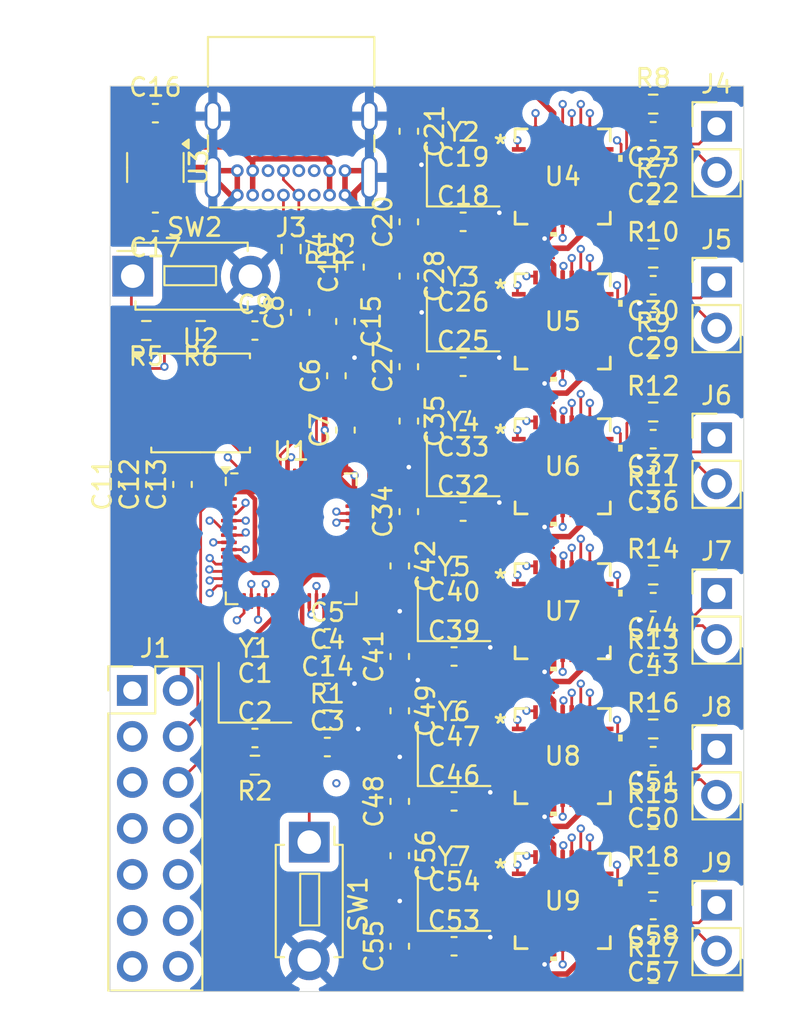
<source format=kicad_pcb>
(kicad_pcb (version 20240108) (generator "pcbnew") (generator_version "8.0")
  (layers (0 "F.Cu" signal) (1 "In1.Cu" signal) (2 "In2.Cu" signal) (31 "B.Cu" signal) (34 "B.Paste" user) (35 "F.Paste" user) (36 "B.SilkS" user "B.Silkscreen") (37 "F.SilkS" user "F.Silkscreen") (38 "B.Mask" user) (39 "F.Mask" user) (44 "Edge.Cuts" user))
  (net 0 "")
  (net 1 "/XIN")
  (net 2 "GND")
  (net 3 "Net-(C2-Pad1)")
  (net 4 "RUN")
  (net 5 "+1V1")
  (net 6 "+3V3")
  (net 7 "+5V")
  (net 8 "/CAN Output 1/OSC1")
  (net 9 "/CAN Output 1/OSC2")
  (net 10 "Net-(C22-Pad1)")
  (net 11 "Net-(C23-Pad1)")
  (net 12 "Net-(C29-Pad1)")
  (net 13 "Net-(C30-Pad1)")
  (net 14 "Net-(C36-Pad1)")
  (net 15 "Net-(C37-Pad1)")
  (net 16 "Net-(C43-Pad1)")
  (net 17 "Net-(C44-Pad1)")
  (net 18 "Net-(C50-Pad1)")
  (net 19 "Net-(C51-Pad1)")
  (net 20 "Net-(C57-Pad1)")
  (net 21 "Net-(C58-Pad1)")
  (net 22 "/CAN Output 2/OSC1")
  (net 23 "RX0")
  (net 24 "SWCLK")
  (net 25 "SWD")
  (net 26 "TX0")
  (net 27 "D+")
  (net 28 "D-")
  (net 33 "/XOUT")
  (net 34 "/ucd-")
  (net 35 "/ucd+")
  (net 36 "/QSPI_SS")
  (net 37 "CAN1L")
  (net 38 "CAN1H")
  (net 39 "CAN2L")
  (net 40 "CAN2H")
  (net 41 "CAN3L")
  (net 42 "CAN3H")
  (net 43 "CAN4L")
  (net 44 "CAN4H")
  (net 45 "CAN5L")
  (net 46 "CAN5H")
  (net 47 "CAN6L")
  (net 48 "CAN6H")
  (net 49 "/CAN Output 2/OSC2")
  (net 50 "/QSPI_SD1")
  (net 51 "/CAN Output 3/OSC1")
  (net 52 "CAN6 INT")
  (net 53 "/QSPI_SD3")
  (net 54 "SPI0 RX")
  (net 55 "CAN3 INT")
  (net 56 "/CAN Output 3/OSC2")
  (net 57 "/QSPI_SD2")
  (net 58 "CAN4 INT")
  (net 59 "SPI0 6CS")
  (net 60 "CAN2 INT1")
  (net 61 "CAN1 INT1")
  (net 62 "CAN4 INT1")
  (net 63 "/CAN Output 4/OSC1")
  (net 64 "CAN2 INT")
  (net 65 "/QSPI_SD0")
  (net 66 "SPI0 2CS")
  (net 67 "CAN1 INT")
  (net 68 "/CAN Output 4/OSC2")
  (net 69 "SPI0 SCK")
  (net 70 "SPI0 TX")
  (net 71 "SPI0 4CS")
  (net 72 "CAN6 INT1")
  (net 73 "/QSPI_SCLK")
  (net 74 "CAN5 INT1")
  (net 75 "CAN5 INT")
  (net 76 "SPI0 1CS")
  (net 77 "CAN3 INT1")
  (net 78 "SPI0 5CS")
  (net 79 "SPI0 3CS")
  (net 80 "/CAN Output 5/OSC1")
  (net 86 "Net-(U4-TXCAN)")
  (net 87 "Net-(U4-RXCAN)")
  (net 89 "/CAN Output 5/OSC2")
  (net 94 "Net-(U5-TXCAN)")
  (net 97 "/CAN Output 6/OSC1")
  (net 103 "Net-(U5-RXCAN)")
  (net 106 "/CAN Output 6/OSC2")
  (net 112 "Net-(U6-RXCAN)")
  (net 114 "Net-(U6-TXCAN)")
  (net 117 "Net-(U7-RXCAN)")
  (net 120 "ADC 1")
  (net 124 "Net-(U7-TXCAN)")
  (net 126 "SPI1 TX")
  (net 127 "Net-(U8-RXCAN)")
  (net 129 "Net-(U8-TXCAN)")
  (net 140 "Net-(U9-RXCAN)")
  (net 143 "Net-(U9-TXCAN)")
  (net 147 "SPI1 SCK")
  (net 148 "SPI1 RX")
  (net 149 "SPI1 CSn")
  (net 150 "ADC 0")
  (net 163 "GPIO 15")
  (net 164 "Net-(R5-Pad2)")
  (footprint "Capacitor_SMD:C_0603_1608Metric" (layer "F.Cu") (at 43 51.5 90)
    (property "Reference" "C48")
    (property "Value" "100n")
  )
  (footprint "Crystal:Crystal_SMD_3225-4Pin_3.2x2.5mm" (layer "F.Cu") (at 46 57)
    (property "Reference" "Y7")
    (property "Value" "Crystal_GND24")
  )
  (footprint "Capacitor_SMD:C_0603_1608Metric" (layer "F.Cu") (at 46 54.5 180)
    (property "Reference" "C54")
    (property "Value" "11.5p")
  )
  (footprint "Resistor_SMD:R_0603_1608Metric" (layer "F.Cu") (at 35 49.5 180)
    (property "Reference" "R2")
    (property "Value" "1k")
  )
  (footprint "Capacitor_SMD:C_0603_1608Metric" (layer "F.Cu") (at 43.5 35.5 90)
    (property "Reference" "C34")
    (property "Value" "100n")
  )
  (footprint "Connector_USB:USB_C_Receptacle_GCT_USB4085" (layer "F.Cu") (at 39.975 18.025 180)
    (property "Reference" "J3")
    (property "Value" "USB_C_Receptacle_USB2.0_16P")
  )
  (footprint "Capacitor_SMD:C_0603_1608Metric" (layer "F.Cu") (at 43 54.5 -90)
    (property "Reference" "C56")
    (property "Value" "100n")
  )
  (footprint "Crystal:Crystal_SMD_3225-4Pin_3.2x2.5mm" (layer "F.Cu") (at 35 45.5)
    (property "Reference" "Y1")
    (property "Value" "Crystal_GND24")
  )
  (footprint "MCP251863T_E_9PX:VQFN28_9PX_3p25X3p25EPAD_MCH" (layer "F.Cu") (at 52 49)
    (property "Reference" "U8")
    (property "Value" "MCP251863T-E/9PX")
  )
  (footprint "Resistor_SMD:R_0603_1608Metric" (layer "F.Cu") (at 57 30)
    (property "Reference" "R12")
    (property "Value" "100")
  )
  (footprint "Capacitor_SMD:C_0603_1608Metric" (layer "F.Cu") (at 28 34 90)
    (property "Reference" "C11")
    (property "Value" "100n")
  )
  (footprint "Capacitor_SMD:C_0603_1608Metric" (layer "F.Cu") (at 57 49 180)
    (property "Reference" "C51")
    (property "Value" "560p")
  )
  (footprint "Capacitor_SMD:C_0603_1608Metric" (layer "F.Cu") (at 43 43.5 90)
    (property "Reference" "C41")
    (property "Value" "100n")
  )
  (footprint "Capacitor_SMD:C_0603_1608Metric" (layer "F.Cu") (at 37.5 24.5 90)
    (property "Reference" "C8")
    (property "Value" "100n")
  )
  (footprint "Capacitor_SMD:C_0603_1608Metric" (layer "F.Cu") (at 35 25.5)
    (property "Reference" "C9")
    (property "Value" "100n")
  )
  (footprint "Capacitor_SMD:C_0603_1608Metric" (layer "F.Cu") (at 31 34 90)
    (property "Reference" "C13")
    (property "Value" "100n")
  )
  (footprint "Resistor_SMD:R_0603_1608Metric" (layer "F.Cu") (at 37 21 -90)
    (property "Reference" "R4")
    (property "Value" "27")
  )
  (footprint "Capacitor_SMD:C_0603_1608Metric" (layer "F.Cu") (at 46.5 30.5 180)
    (property "Reference" "C33")
    (property "Value" "11.5p")
  )
  (footprint "Connector_PinHeader_2.54mm:PinHeader_2x07_P2.54mm_Vertical" (layer "F.Cu") (at 28.225 45.375)
    (property "Reference" "J1")
    (property "Value" "Conn_02x07_Odd_Even")
  )
  (footprint "Capacitor_SMD:C_0603_1608Metric" (layer "F.Cu") (at 46.5 27.5)
    (property "Reference" "C25")
    (property "Value" "11.5p")
  )
  (footprint "Capacitor_SMD:C_0603_1608Metric" (layer "F.Cu") (at 57 16.5 180)
    (property "Reference" "C22")
    (property "Value" "560p")
  )
  (footprint "Capacitor_SMD:C_0603_1608Metric" (layer "F.Cu") (at 46 59.5)
    (property "Reference" "C53")
    (property "Value" "11.5p")
  )
  (footprint "MCP251863T_E_9PX:VQFN28_9PX_3p25X3p25EPAD_MCH" (layer "F.Cu") (at 52 17)
    (property "Reference" "U4")
    (property "Value" "MCP251863T-E/9PX")
  )
  (footprint "Capacitor_SMD:C_0603_1608Metric" (layer "F.Cu") (at 46.5 35.5)
    (property "Reference" "C32")
    (property "Value" "11.5p")
  )
  (footprint "Capacitor_SMD:C_0603_1608Metric" (layer "F.Cu") (at 43.5 27.5 90)
    (property "Reference" "C27")
    (property "Value" "100n")
  )
  (footprint "Crystal:Crystal_SMD_3225-4Pin_3.2x2.5mm" (layer "F.Cu") (at 46.5 25)
    (property "Reference" "Y3")
    (property "Value" "Crystal_GND24")
  )
  (footprint "Capacitor_SMD:C_0603_1608Metric" (layer "F.Cu") (at 57 33.5 180)
    (property "Reference" "C36")
    (property "Value" "560p")
  )
  (footprint "Capacitor_SMD:C_0603_1608Metric" (layer "F.Cu") (at 46 38.5 180)
    (property "Reference" "C40")
    (property "Value" "11.5p")
  )
  (footprint "Resistor_SMD:R_0603_1608Metric" (layer "F.Cu") (at 57 52.5)
    (property "Reference" "R15")
    (property "Value" "100")
  )
  (footprint "Capacitor_SMD:C_0603_1608Metric" (layer "F.Cu") (at 57 42.5 180)
    (property "Reference" "C43")
    (property "Value" "560p")
  )
  (footprint "MCP251863T_E_9PX:VQFN28_9PX_3p25X3p25EPAD_MCH" (layer "F.Cu") (at 52 57)
    (property "Reference" "U9")
    (property "Value" "MCP251863T-E/9PX")
  )
  (footprint "MCP251863T_E_9PX:VQFN28_9PX_3p25X3p25EPAD_MCH" (layer "F.Cu") (at 52 41)
    (property "Reference" "U7")
    (property "Value" "MCP251863T-E/9PX")
  )
  (footprint "Connector_PinHeader_2.54mm:PinHeader_1x02_P2.54mm_Vertical" (layer "F.Cu") (at 60.5 48.625)
    (property "Reference" "J8")
    (property "Value" "Conn_01x02")
  )
  (footprint "Resistor_SMD:R_0603_1608Metric" (layer "F.Cu") (at 57 56)
    (property "Reference" "R18")
    (property "Value" "100")
  )
  (footprint "Capacitor_SMD:C_0603_1608Metric" (layer "F.Cu") (at 29.5 34 90)
    (property "Reference" "C12")
    (property "Value" "100n")
  )
  (footprint "Resistor_SMD:R_0603_1608Metric" (layer "F.Cu") (at 57 26.5)
    (property "Reference" "R9")
    (property "Value" "100")
  )
  (footprint "Capacitor_SMD:C_0603_1608Metric" (layer "F.Cu") (at 40 31 90)
    (property "Reference" "C7")
    (property "Value" "1u")
  )
  (footprint "Package_SO:SOIC-8_5.23x5.23mm_P1.27mm" (layer "F.Cu") (at 32 29.5)
    (property "Reference" "U2")
    (property "Value" "W25Q128JVS")
  )
  (footprint "Resistor_SMD:R_0603_1608Metric" (layer "F.Cu") (at 57 18)
    (property "Reference" "R7")
    (property "Value" "100")
  )
  (footprint "Capacitor_SMD:C_0603_1608Metric" (layer "F.Cu") (at 46.5 19.5)
    (property "Reference" "C18")
    (property "Value" "11.5p")
  )
  (footprint "Crystal:Crystal_SMD_3225-4Pin_3.2x2.5mm" (layer "F.Cu") (at 46 41)
    (property "Reference" "Y5")
    (property "Value" "Crystal_GND24")
  )
  (footprint "Capacitor_SMD:C_0603_1608Metric" (layer "F.Cu") (at 57 51 180)
    (property "Reference" "C50")
    (property "Value" "560p")
  )
  (footprint "Resistor_SMD:R_0603_1608Metric" (layer "F.Cu") (at 32 25.5 180)
    (property "Reference" "R6")
    (property "Value" "DNF")
  )
  (footprint "Button_Switch_THT:SW_PUSH_1P1T_6x3.5mm_H5.0_APEM_MJTP1250" (layer "F.Cu") (at 28.25 22.5)
    (property "Reference" "SW2")
    (property "Value" "SW_Push")
  )
  (footprint "Capacitor_SMD:C_0603_1608Metric" (layer "F.Cu") (at 40 25 -90)
    (property "Reference" "C15")
    (property "Value" "100n")
  )
  (footprint "Connector_PinHeader_2.54mm:PinHeader_1x02_P2.54mm_Vertical" (layer "F.Cu") (at 60.5 40.025)
    (property "Reference" "J7")
    (property "Value" "Conn_01x02")
  )
  (footprint "Crystal:Crystal_SMD_3225-4Pin_3.2x2.5mm" (layer "F.Cu") (at 46.5 33)
    (property "Reference" "Y4")
    (property "Value" "Crystal_GND24")
  )
  (footprint "Capacitor_SMD:C_0603_1608Metric" (layer "F.Cu") (at 43 38.5 -90)
    (property "Reference" "C42")
    (property "Value" "100n")
  )
  (footprint "MCP251863T_E_9PX:VQFN28_9PX_3p25X3p25EPAD_MCH" (layer "F.Cu") (at 52 33)
    (property "Reference" "U6")
    (property "Value" "MCP251863T-E/9PX")
  )
  (footprint "Capacitor_SMD:C_0603_1608Metric" (layer "F.Cu") (at 46.5 14.5 180)
    (property "Reference" "C19")
    (property "Value" "11.5p")
  )
  (footprint "Capacitor_SMD:C_0603_1608Metric" (layer "F.Cu") (at 57 23 180)
    (property "Reference" "C30")
    (property "Value" "560p")
  )
  (footprint "Capacitor_SMD:C_0603_1608Metric" (layer "F.Cu") (at 29.5 19.5 180)
    (property "Reference" "C17")
    (property "Value" "10u")
  )
  (footprint "Capacitor_SMD:C_0603_1608Metric" (layer "F.Cu") (at 57 14.5 180)
    (property "Reference" "C23")
    (property "Value" "560p")
  )
  (footprint "Capacitor_SMD:C_0603_1608Metric" (layer "F.Cu") (at 43.5 30.5 -90)
    (property "Reference" "C35")
    (property "Value" "100n")
  )
  (footprint "Capacitor_SMD:C_0603_1608Metric" (layer "F.Cu") (at 39 48.5)
    (property "Reference" "C3")
    (property "Value" "100n")
  )
  (footprint "Capacitor_SMD:C_0603_1608Metric" (layer "F.Cu") (at 46.5 22.5 180)
    (property "Reference" "C26")
    (property "Value" "11.5p")
  )
  (footprint "Capacitor_SMD:C_0603_1608Metric" (layer "F.Cu") (at 43.5 19.5 90)
    (property "Reference" "C20")
    (property "Value" "100n")
  )
  (footprint "Package_TO_SOT_SMD:SOT-23-5" (layer "F.Cu") (at 29.5 16.5 -90)
    (property "Reference" "U3")
    (property "Value" "MIC5504-3.3YM5")
  )
  (footprint "Capacitor_SMD:C_0603_1608Metric" (layer "F.Cu") (at 57 59.5 180)
    (property "Reference" "C57")
    (property "Value" "560p")
  )
  (footprint "Capacitor_SMD:C_0603_1608Metric" (layer "F.Cu") (at 46 43.5)
    (property "Reference" "C39")
    (property "Value" "11.5p")
  )
  (footprint "Resistor_SMD:R_0603_1608Metric" (layer "F.Cu") (at 39 47)
    (property "Reference" "R1")
    (property "Value" "10k")
  )
  (footprint "Capacitor_SMD:C_0603_1608Metric" (layer "F.Cu") (at 35 48)
    (property "Reference" "C2")
    (property "Value" "27p")
  )
  (footprint "Package_DFN_QFN:QFN-56-1EP_7x7mm_P0.4mm_EP3.2x3.2mm" (layer "F.Cu") (at 37 37)
    (property "Reference" "U1")
    (property "Value" "RP2040")
  )
  (footprint "Capacitor_SMD:C_0603_1608Metric" (layer "F.Cu") (at 43 46.5 -90)
    (property "Reference" "C49")
    (property "Value" "100n")
  )
  (footprint "Resistor_SMD:R_0603_1608Metric" (layer "F.Cu") (at 57 47.5)
    (property "Reference" "R16")
    (property "Value" "100")
  )
  (footprint "Resistor_SMD:R_0603_1608Metric" (layer "F.Cu") (at 57 61)
    (property "Reference" "R17")
    (property "Value" "100")
  )
  (footprint "Resistor_SMD:R_0603_1608Metric" (layer "F.Cu") (at 38.5 21 -90)
    (property "Reference" "R3")
    (property "Value" "27")
  )
  (footprint "Capacitor_SMD:C_0603_1608Metric" (layer "F.Cu") (at 29.5 13.5)
    (property "Reference" "C16")
    (property "Value" "10u")
  )
  (footprint "Crystal:Crystal_SMD_3225-4Pin_3.2x2.5mm" (layer "F.Cu") (at 46.5 17)
    (property "Reference" "Y2")
    (property "Value" "Crystal_GND24")
  )
  (footprint "Connector_PinHeader_2.54mm:PinHeader_1x02_P2.54mm_Vertical" (layer "F.Cu") (at 60.5 31.425)
    (property "Reference" "J6")
    (property "Value" "Conn_01x02")
  )
  (footprint "Capacitor_SMD:C_0603_1608Metric" (layer "F.Cu") (at 39.5 28 90)
    (property "Reference" "C6")
    (property "Value" "1u")
  )
  (footprint "Capacitor_SMD:C_0603_1608Metric" (layer "F.Cu") (at 46 46.5 180)
    (property "Reference" "C47")
    (property "Value" "11.5p")
  )
  (footprint "Connector_PinHeader_2.54mm:PinHeader_1x02_P2.54mm_Vertical" (layer "F.Cu") (at 60.5 57.225)
    (property "Reference" "J9")
    (property "Value" "Conn_01x02")
  )
  (footprint "Resistor_SMD:R_0603_1608Metric" (layer "F.Cu") (at 29 25.5 180)
    (property "Reference" "R5")
    (property "Value" "1k")
  )
  (footprint "Resistor_SMD:R_0603_1608Metric" (layer "F.Cu") (at 57 39)
    (property "Reference" "R14")
    (property "Value" "100")
  )
  (footprint "Resistor_SMD:R_0603_1608Metric" (layer "F.Cu") (at 57 35)
    (property "Reference" "R11")
    (property "Value" "100")
  )
  (footprint "Capacitor_SMD:C_0603_1608Metric" (layer "F.Cu") (at 57 57.5 180)
    (property "Reference" "C58")
    (property "Value" "560p")
  )
  (footprint "Capacitor_SMD:C_0603_1608Metric" (layer "F.Cu") (at 35 43 180)
    (property "Reference" "C1")
    (property "Value" "27p")
  )
  (footprint "Resistor_SMD:R_0603_1608Metric" (layer "F.Cu") (at 57 44)
    (property "Reference" "R13")
    (property "Value" "100")
  )
  (footprint "Capacitor_SMD:C_0603_1608Metric" (layer "F.Cu") (at 57 40.5 180)
    (property "Reference" "C44")
    (property "Value" "560p")
  )
  (footprint "Resistor_SMD:R_0603_1608Metric" (layer "F.Cu") (at 57 13)
    (property "Reference" "R8")
    (property "Value" "100")
  )
  (footprint "Capacitor_SMD:C_0603_1608Metric" (layer "F.Cu") (at 46 51.5)
    (property "Reference" "C46")
    (property "Value" "11.5p")
  )
  (footprint "Capacitor_SMD:C_0603_1608Metric" (layer "F.Cu") (at 43.5 22.5 -90)
    (property "Reference" "C28")
    (property "Value" "100n")
  )
  (footprint "Capacitor_SMD:C_0603_1608Metric" (layer "F.Cu") (at 39 44)
    (property "Reference" "C4")
    (property "Value" "100n")
  )
  (footprint "Capacitor_SMD:C_0603_1608Metric" (layer "F.Cu") (at 39 45.5)
    (property "Reference" "C14")
    (property "Value" "100n")
  )
  (footprint "Capacitor_SMD:C_0603_1608Metric" (layer "F.Cu") (at 39 42.5)
    (property "Reference" "C5")
    (property "Value" "100n")
  )
  (footprint "Capacitor_SMD:C_0603_1608Metric" (layer "F.Cu") (at 40.5 22 90)
    (property "Reference" "C10")
    (property "Value" "100n")
  )
  (footprint "Capacitor_SMD:C_0603_1608Metric" (layer "F.Cu") (at 43 59.5 90)
    (property "Reference" "C55")
    (property "Value" "100n")
  )
  (footprint "Crystal:Crystal_SMD_3225-4Pin_3.2x2.5mm" (layer "F.Cu") (at 46 49)
    (property "Reference" "Y6")
    (property "Value" "Crystal_GND24")
  )
  (footprint "Resistor_SMD:R_0603_1608Metric" (layer "F.Cu") (at 57 21.5)
    (property "Reference" "R10")
    (property "Value" "100")
  )
  (footprint "Capacitor_SMD:C_0603_1608Metric" (layer "F.Cu") (at 57 25 180)
    (property "Reference" "C29")
    (property "Value" "560p")
  )
  (footprint "Connector_PinHeader_2.54mm:PinHeader_1x02_P2.54mm_Vertical" (layer "F.Cu") (at 60.5 22.825)
    (property "Reference" "J5")
    (property "Value" "Conn_01x02")
  )
  (footprint "Connector_PinHeader_2.54mm:PinHeader_1x02_P2.54mm_Vertical" (layer "F.Cu") (at 60.5 14.225)
    (property "Reference" "J4")
    (property "Value" "Conn_01x02")
  )
  (footprint "Capacitor_SMD:C_0603_1608Metric" (layer "F.Cu") (at 57 31.5 180)
    (property "Reference" "C37")
    (property "Value" "560p")
  )
  (footprint "Capacitor_SMD:C_0603_1608Metric" (layer "F.Cu") (at 43.5 14.5 -90)
    (property "Reference" "C21")
    (property "Value" "100n")
  )
  (footprint "MCP251863T_E_9PX:VQFN28_9PX_3p25X3p25EPAD_MCH" (layer "F.Cu") (at 52 25)
    (property "Reference" "U5")
    (property "Value" "MCP251863T-E/9PX")
  )
  (footprint "Button_Switch_THT:SW_PUSH_1P1T_6x3.5mm_H5.0_APEM_MJTP1250" (layer "F.Cu") (at 38 53.75 -90)
    (property "Reference" "SW1")
    (property "Value" "SW_Push")
  )
  (gr_rect (start 27 12) (end 62 62) (stroke (width 0.05)) (fill none) (layer "Edge.Cuts"))
  (segment (start 36.4 42.375) (end 36.4 40.4375) (width 0.1524) (layer "F.Cu") (net 1))
  (segment (start 35.775 43) (end 36.4 42.375) (width 0.1524) (layer "F.Cu") (net 1))
  (segment (start 36.1 44.65) (end 36.1 43.325) (width 0.1524) (layer "F.Cu") (net 1))
  (segment (start 36.1 43.325) (end 35.775 43) (width 0.1524) (layer "F.Cu") (net 1))
  (segment (start 34.025 16.675) (end 34.025 18.025) (width 0.3048) (layer "F.Cu") (net 2))
  (segment (start 40 26.5) (end 40.5 27) (width 0.3048) (layer "F.Cu") (net 2))
  (segment (start 43 55.275) (end 44.025 55.275) (width 0.3048) (layer "F.Cu") (net 2))
  (segment (start 51 20.4248) (end 51.186701 20.4248) (width 0.3048) (layer "F.Cu") (net 2))
  (segment (start 43 50.725) (end 43 49.0452) (width 0.3048) (layer "F.Cu") (net 2))
  (segment (start 40.2798 28.5) (end 40.2798 29.9452) (width 0.3048) (layer "F.Cu") (net 2))
  (segment (start 33.655 18.025) (end 32.675 17.045) (width 0.3048) (layer "F.Cu") (net 2))
  (segment (start 47.275 19.5) (end 48 19.5) (width 0.3048) (layer "F.Cu") (net 2))
  (segment (start 40.5 17.87) (end 41.325 17.045) (width 0.3048) (layer "F.Cu") (net 2))
  (segment (start 43.5 23.275) (end 43.5 26.725) (width 0.3048) (layer "F.Cu") (net 2))
  (segment (start 48 58.5) (end 48 59) (width 0.3048) (layer "F.Cu") (net 2))
  (segment (start 47.3096 17.85) (end 47.6 17.85) (width 0.3048) (layer "F.Cu") (net 2))
  (segment (start 43.5 34.725) (end 43.5 33.0452) (width 0.3048) (layer "F.Cu") (net 2))
  (segment (start 51.500001 36.1115) (end 51.390397 36.221104) (width 0.3048) (layer "F.Cu") (net 2))
  (segment (start 56.225 59.5) (end 56.225 58.5) (width 0.3048) (layer "F.Cu") (net 2))
  (segment (start 48 43) (end 48 42.75) (width 0.3048) (layer "F.Cu") (net 2))
  (segment (start 40 45.5) (end 40.5 45) (width 0.3048) (layer "F.Cu") (net 2))
  (segment (start 47.275 27.5) (end 48 27.5) (width 0.3048) (layer "F.Cu") (net 2))
  (segment (start 36.1 47.675) (end 35.775 48) (width 0.3048) (layer "F.Cu") (net 2))
  (segment (start 43 49.0452) (end 43.8952 48.15) (width 0.3048) (layer "F.Cu") (net 2))
  (segment (start 40.7046 46.4296) (end 40.7046 47.5704) (width 0.3048) (layer "F.Cu") (net 2))
  (segment (start 44.95 31.275) (end 45.725 30.5) (width 0.3048) (layer "F.Cu") (net 2))
  (segment (start 39.775 45.5) (end 40.7046 46.4296) (width 0.3048) (layer "F.Cu") (net 2))
  (segment (start 56.225 49) (end 56.225 50) (width 0.3048) (layer "F.Cu") (net 2))
  (segment (start 48.25 26.5) (end 48.5 26.5) (width 0.3048) (layer "F.Cu") (net 2))
  (segment (start 43.5 23.275) (end 43.5 23.7899) (width 0.3048) (layer "F.Cu") (net 2))
  (segment (start 39.775 45.5) (end 40 45.5) (width 0.3048) (layer "F.Cu") (net 2))
  (segment (start 44.2101 24.5) (end 44.5601 24.15) (width 0.3048) (layer "F.Cu") (net 2))
  (segment (start 48 43) (end 48.5 42.5) (width 0.3048) (layer "F.Cu") (net 2))
  (segment (start 45.725 15.825) (end 45.4 16.15) (width 0.3048) (layer "F.Cu") (net 2))
  (segment (start 45.4 22.825) (end 45.725 22.5) (width 0.3048) (layer "F.Cu") (net 2))
  (segment (start 47.1 59.175) (end 46.775 59.5) (width 0.3048) (layer "F.Cu") (net 2))
  (segment (start 43 41.8404) (end 44.6904 40.15) (width 0.3048) (layer "F.Cu") (net 2))
  (segment (start 44.9 40.15) (end 43.85 40.15) (width 0.3048) (layer "F.Cu") (net 2))
  (segment (start 44.9 56.15) (end 44.6904 56.15) (width 0.3048) (layer "F.Cu") (net 2))
  (segment (start 48 35.5) (end 48.5 35) (width 0.3048) (layer "F.Cu") (net 2))
  (segment (start 44.9 38.825) (end 45.225 38.5) (width 0.3048) (layer "F.Cu") (net 2))
  (segment (start 28.4 32.825) (end 28 33.225) (width 0.3048) (layer "F.Cu") (net 2))
  (segment (start 48.5 34.75) (end 48.5 35) (width 0.3048) (layer "F.Cu") (net 2))
  (segment (start 48.25 18.5) (end 49.5743 18.5) (width 0.3048) (layer "F.Cu") (net 2))
  (segment (start 47.6 25.85) (end 47.6 27.175) (width 0.3048) (layer "F.Cu") (net 2))
  (segment (start 56.175 59.215901) (end 56.175 59.5) (width 0.1524) (layer "F.Cu") (net 2))
  (segment (start 30.275 13.5) (end 29.5 14.275) (width 0.3048) (layer "F.Cu") (net 2))
  (segment (start 40.2798 29.9452) (end 40 30.225) (width 0.3048) (layer "F.Cu") (net 2))
  (segment (start 51.186701 20.4248) (end 51.500001 20.1115) (width 0.3048) (layer "F.Cu") (net 2))
  (segment (start 40.345 18.025) (end 41.325 17.045) (width 0.3048) (layer "F.Cu") (net 2))
  (segment (start 51 44.3476) (end 51.263901 44.3476) (width 0.3048) (layer "F.Cu") (net 2))
  (segment (start 44.9 46.825) (end 45.225 46.5) (width 0.3048) (layer "F.Cu") (net 2))
  (segment (start 43 55.275) (end 43 58.725) (width 0.3048) (layer "F.Cu") (net 2))
  (segment (start 51.263901 44.3476) (end 51.500001 44.1115) (width 0.3048) (layer "F.Cu") (net 2))
  (segment (start 47.6 17.85) (end 47.6 18.1) (width 0.3048) (layer "F.Cu") (net 2))
  (segment (start 51.126496 52.221104) (end 51.390397 52.221104) (width 0.3048) (layer "F.Cu") (net 2))
  (segment (start 40 25.775) (end 40 26.5) (width 0.3048) (layer "F.Cu") (net 2))
  (segment (start 43 42.725) (end 43 39.275) (width 0.3048) (layer "F.Cu") (net 2))
  (segment (start 51.500001 27.4257) (end 51.500001 27.924799) (width 0.3048) (layer "F.Cu") (net 2))
  (segment (start 44.9 56.15) (end 44.9 54.825) (width 0.3048) (layer "F.Cu") (net 2))
  (segment (start 43.5 23.7899) (end 44.2101 24.5) (width 0.3048) (layer "F.Cu") (net 2))
  (segment (start 44.9 40.15) (end 43.875 40.15) (width 0.3048) (layer "F.Cu") (net 2))
  (segment (start 51.500001 59.4257) (end 51.500001 59.999999) (width 0.3048) (layer "F.Cu") (net 2))
  (segment (start 47.6 33.85) (end 47.6 35.175) (width 0.3048) (layer "F.Cu") (net 2))
  (segment (start 47.6 17.85) (end 48.25 18.5) (width 0.3048) (layer "F.Cu") (net 2))
  (segment (start 48 43) (end 47.5 43.5) (width 0.3048) (layer "F.Cu") (net 2))
  (segment (start 43 42.725) (end 43 41.8404) (width 0.3048) (layer "F.Cu") (net 2))
  (segment (start 44.2101 24.5) (end 43.5 25.2101) (width 0.3048) (layer "F.Cu") (net 2))
  (segment (start 44.3952 16.15) (end 44.1976 16.3476) (width 0.3048) (layer "F.Cu") (net 2))
  (segment (start 29.5 16.024999) (end 29.975001 16.5) (width 0.3048) (layer "F.Cu") (net 2))
  (segment (start 48.5 50.5) (end 49.5743 50.5) (width 0.3048) (layer "F.Cu") (net 2))
  (segment (start 44.9 54.825) (end 45.225 54.5) (width 0.3048) (layer "F.Cu") (net 2))
  (segment (start 33.9 44.65) (end 33.9 43.325) (width 0.3048) (layer "F.Cu") (net 2))
  (segment (start 40.5 21.225) (end 40.5 17.87) (width 0.3048) (layer "F.Cu") (net 2))
  (segment (start 44.5601 24.15) (end 45.4 24.15) (width 0.3048) (layer "F.Cu") (net 2))
  (segment (start 47.6 33.85) (end 48.25 34.5) (width 0.3048) (layer "F.Cu") (net 2))
  (segment (start 56.225 16.5) (end 56.225 15.5) (width 0.3048) (layer "F.Cu") (net 2))
  (segment (start 43 57.8404) (end 43 58.725) (width 0.3048) (layer "F.Cu") (net 2))
  (segment (start 45.4 30.825) (end 45.725 30.5) (width 0.3048) (layer "F.Cu") (net 2))
  (segment (start 29.5 15.3625) (end 29.5 18.725) (width 0.3048) (layer "F.Cu") (net 2))
  (segment (start 48.5 26.5) (end 49.5743 26.5) (width 0.3048) (layer "F.Cu") (net 2))
  (segment (start 51.500001 52.1115) (end 51.500001 51.4257) (width 0.3048) (layer "F.Cu") (net 2))
  (segment (start 35.975 23.725) (end 34.75 22.5) (width 0.3048) (layer "F.Cu") (net 2))
  (segment (start 39.975 16.675) (end 39.975 18.025) (width 0.3048) (layer "F.Cu") (net 2))
  (segment (start 44.1976 15.9726) (end 43.5 15.275) (width 0.3048) (layer "F.Cu") (net 2))
  (segment (start 44.9 48.15) (end 43.875 48.15) (width 0.3048) (layer "F.Cu") (net 2))
  (segment (start 35.775 25.5) (end 35.775 23.525) (width 0.3048) (layer "F.Cu") (net 2))
  (segment (start 40.2798 27.2202) (end 40.5 27) (width 0.3048) (layer "F.Cu") (net 2))
  (segment (start 51.126496 36.221104) (end 51 36.3476) (width 0.3048) (layer "F.Cu") (net 2))
  (segment (start 48 19.5) (end 48.5 19) (width 0.3048) (layer "F.Cu") (net 2))
  (segment (start 43.5 15.275) (end 43.5 18.725) (width 0.3048) (layer "F.Cu") (net 2))
  (segment (start 44.525 23.275) (end 45.4 24.15) (width 0.3048) (layer "F.Cu") (net 2))
  (segment (start 39.775 42.5) (end 39.775 45.5) (width 0.3048) (layer "F.Cu") (net 2))
  (segment (start 43 50.725) (end 43 47.275) (width 0.3048) (layer "F.Cu") (net 2))
  (segment (start 47.6 33.85) (end 48.5 34.75) (width 0.3048) (layer "F.Cu") (net 2))
  (segment (start 48 51) (end 47.5 51.5) (width 0.3048) (layer "F.Cu") (net 2))
  (segment (start 45.4 16.15) (end 44.3952 16.15) (width 0.3048) (layer "F.Cu") (net 2))
  (segment (start 48.25 34.5) (end 49.5743 34.5) (width 0.3048) (layer "F.Cu") (net 2))
  (segment (start 45.4 32.15) (end 45.4 30.825) (width 0.3048) (layer "F.Cu") (net 2))
  (segment (start 40.2798 28.0048) (end 40.2798 28.5) (width 0.3048) (layer "F.Cu") (net 2))
  (segment (start 44.9 40.15) (end 44.9 38.825) (width 0.3048) (layer "F.Cu") (net 2))
  (segment (start 28.905 31.405) (end 29 31.5) (width 0.3048) (layer "F.Cu") (net 2))
  (segment (start 43.5 17.0452) (end 43.5 18.725) (width 0.3048) (layer "F.Cu") (net 2))
  (segment (start 44.1976 16.0274) (end 45.725 14.5) (width 0.3048) (layer "F.Cu") (net 2))
  (segment (start 44.1976 16.3476) (end 44.1976 15.9726) (width 0.3048) (layer "F.Cu") (net 2))
  (segment (start 45.225 31.825) (end 44.9 32.15) (width 0.3048) (layer "F.Cu") (net 2))
  (segment (start 39.5 27.225) (end 40.2798 28.0048) (width 0.3048) (layer "F.Cu") (net 2))
  (segment (start 47.75 58.5) (end 48.5 58.5) (width 0.3048) (layer "F.Cu") (net 2))
  (segment (start 51.500001 59.999999) (end 51 60.5) (width 0.3048) (layer "F.Cu") (net 2))
  (segment (start 28 33.225) (end 31 33.225) (width 0.3048) (layer "F.Cu") (net 2))
  (segment (start 47.1 57.85) (end 47.1 59.175) (width 0.3048) (layer "F.Cu") (net 2))
  (segment (start 47.5 51.5) (end 46.775 51.5) (width 0.3048) (layer "F.Cu") (net 2))
  (segment (start 47.5 59.5) (end 48 59) (width 0.3048) (layer "F.Cu") (net 2))
  (segment (start 33.9 44.65) (end 34.15 44.65) (width 0.3048) (layer "F.Cu") (net 2))
  (segment (start 43.5 34.725) (end 43.5 31.275) (width 0.3048) (layer "F.Cu") (net 2))
  (segment (start 44.95 15.275) (end 45.725 14.5) (width 0.3048) (layer "F.Cu") (net 2))
  (segment (start 40 25.775) (end 40 26.725) (width 0.3048) (layer "F.Cu") (net 2))
  (segment (start 36 40.4375) (end 36 41.3625) (width 0.254) (layer "F.Cu") (net 2))
  (segment (start 51.390397 36.221104) (end 51.126496 36.221104) (width 0.3048) (layer "F.Cu") (net 2))
  (segment (start 32.13 16.5) (end 32.675 17.045) (width 0.3048) (layer "F.Cu") (net 2))
  (segment (start 47.1 49.85) (end 47.1 51.175) (width 0.3048) (layer "F.Cu") (net 2))
  (segment (start 48 51) (end 48.5 50.5) (width 0.3048) (layer "F.Cu") (net 2))
  (segment (start 39.975 18.025) (end 40.345 18.025) (width 0.3048) (layer "F.Cu") (net 2))
  (segment (start 47.6 18.1) (end 48.5 19) (width 0.3048) (layer "F.Cu") (net 2))
  (segment (start 34.025 16.675) (end 33.045 16.675) (width 0.3048) (layer "F.Cu") (net 2))
  (segment (start 56.225 31.5) (end 56.225 32.5) (width 0.3048) (layer "F.Cu") (net 2))
  (segment (start 56.225 33.5) (end 56.225 32.5) (width 0.3048) (layer "F.Cu") (net 2))
  (segment (start 56.225 57.5) (end 56.225 58.5) (width 0.3048) (layer "F.Cu") (net 2))
  (segment (start 39.975 16.675) (end 40.955 16.675) (width 0.3048) (layer "F.Cu") (net 2))
  (segment (start 43.5 31.275) (end 44.525 31.275) (width 0.3048) (layer "F.Cu") (net 2))
  (segment (start 40.7046 47.5704) (end 39.775 48.5) (width 0.3048) (layer "F.Cu") (net 2))
  (segment (start 43.5 25.2101) (end 43.5 26.725) (width 0.3048) (layer "F.Cu") (net 2))
  (segment (start 29.975001 16.5) (end 32.13 16.5) (width 0.3048) (layer "F.Cu") (net 2))
  (segment (start 43.5 31.275) (end 44.95 31.275) (width 0.3048) (layer "F.Cu") (net 2))
  (segment (start 44.3952 16.15) (end 45.6096 16.15) (width 0.3048) (layer "F.Cu") (net 2))
  (segment (start 36.1 46.35) (end 36.1 47.675) (width 0.3048) (layer "F.Cu") (net 2))
  (segment (start 47.1 51.175) (end 46.775 51.5) (width 0.3048) (layer "F.Cu") (net 2))
  (segment (start 35.85 46.35) (end 36.1 46.35) (width 0.3048) (layer "F.Cu") (net 2))
  (segment (start 43.5 23.275) (end 44.525 23.275) (width 0.3048) (layer "F.Cu") (net 2))
  (segment (start 51.500001 20.1115) (end 51.500001 19.4257) (width 0.3048) (layer "F.Cu") (net 2))
  (segment (start 29.5 14.275) (end 29.5 15.3625) (width 0.3048) (layer "F.Cu") (net 2))
  (segment (start 44.1976 16.3476) (end 43.5 17.0452) (width 0.3048) (layer "F.Cu") (net 2))
  (segment (start 51.390397 52.221104) (end 51.500001 52.1115) (width 0.3048) (layer "F.Cu") (net 2))
  (segment (start 47.6 17.85) (end 47.6 19.175) (width 0.3048) (layer "F.Cu") (net 2))
  (segment (start 43.5 15.275) (end 44.95 15.275) (width 0.3048) (layer "F.Cu") (net 2))
  (segment (start 48.5 42.5) (end 49.5743 42.5) (width 0.3048) (layer "F.Cu") (net 2))
  (segment (start 51.500001 35.4257) (end 51.500001 36.1115) (width 0.3048) (layer "F.Cu") (net 2))
  (segment (start 34.3625 43) (end 34.225 43) (width 0.254) (layer "F.Cu") (net 2))
  (segment (start 40 26.725) (end 39.5 27.225) (width 0.3048) (layer "F.Cu") (net 2))
  (segment (start 51 52.3476) (end 51.126496 52.221104) (width 0.3048) (layer "F.Cu") (net 2))
  (segment (start 48 42.75) (end 47.1 41.85) (width 0.3048) (layer "F.Cu") (net 2))
  (segment (start 47.6 19.175) (end 47.275 19.5) (width 0.3048) (layer "F.Cu") (net 2))
  (segment (start 45.4 24.15) (end 45.4 22.825) (width 0.3048) (layer "F.Cu") (net 2))
  (segment (start 48.5 26.5) (end 48.5 27) (width 0.3048) (layer "F.Cu") (net 2))
  (segment (start 47.275 35.5) (end 48 35.5) (width 0.3048) (layer "F.Cu") (net 2))
  (segment (start 29.5 18.725) (end 28.725 19.5) (width 0.3048) (layer "F.Cu") (net 2))
  (segment (start 35.775 25.5) (end 35.775 25.45) (width 0.3048) (layer "F.Cu") (net 2))
  (segment (start 36 41.3625) (end 34.3625 43) (width 0.254) (layer "F.Cu") (net 2))
  (segment (start 44.9 48.15) (end 44.9 46.825) (width 0.3048) (layer "F.Cu") (net 2))
  (segment (start 34.025 18.025) (end 33.655 18.025) (width 0.3048) (layer "F.Cu") (net 2))
  (segment (start 47.1 57.85) (end 47.75 58.5) (width 0.3048) (layer "F.Cu") (net 2))
  (segment (start 43.875 48.15) (end 43 47.275) (width 0.3048) (layer "F.Cu") (net 2))
  (segment (start 43.8952 48.15) (end 44.9 48.15) (width 0.3048) (layer "F.Cu") (net 2))
  (segment (start 44.1976 16.3476) (end 44.1976 16.0274) (width 0.3048) (layer "F.Cu") (net 2))
  (segment (start 48.5 58.5) (end 49.5743 58.5) (width 0.3048) (layer "F.Cu") (net 2))
  (segment (start 35.775 23.525) (end 34.75 22.5) (width 0.3048) (layer "F.Cu") (net 2))
  (segment (start 44.3952 32.15) (end 45.4 32.15) (width 0.3048) (layer "F.Cu") (net 2))
  (segment (start 39.55 45.5) (end 39.55 45.698416) (width 0.3048) (layer "F.Cu") (net 2))
  (segment (start 56.225 40.5) (end 56.225 42.5) (width 0.3048) (layer "F.Cu") (net 2))
  (segment (start 56.175 16.784101) (end 56.175 16.5) (width 0.1524) (layer "F.Cu") (net 2))
  (segment (start 51.500001 27.924799) (end 51 28.4248) (width 0.3048) (layer "F.Cu") (net 2))
  (segment (start 34.15 44.65) (end 35.85 46.35) (width 0.3048) (layer "F.Cu") (net 2))
  (segment (start 40.955 16.675) (end 41.325 17.045) (width 0.3048) (layer "F.Cu") (net 2))
  (segment (start 47.6 27.175) (end 47.275 27.5) (width 0.3048) (layer "F.Cu") (net 2))
  (segment (start 43.5 33.0452) (end 44.3952 32.15) (width 0.3048) (layer "F.Cu") (net 2))
  (segment (start 44.525 31.275) (end 45.4 32.15) (width 0.3048) (layer "F.Cu") (net 2))
  (segment (start 48 51) (end 48 50.75) (width 0.3048) (layer "F.Cu") (net 2))
  (segment (start 47.6 35.175) (end 47.275 35.5) (width 0.3048) (layer "F.Cu") (net 2))
  (segment (start 44.6904 56.15) (end 43 57.8404) (width 0.3048) (layer "F.Cu") (net 2))
  (segment (start 44.6904 40.15) (end 44.9 40.15) (width 0.3048) (layer "F.Cu") (net 2))
  (segment (start 28.4 31.405) (end 28.4 32.825) (width 0.3048) (layer "F.Cu") (net 2))
  (segment (start 40.2798 28.5) (end 40.2798 27.2202) (width 0.3048) (layer "F.Cu") (net 2))
  (segment (start 33.4 44.65) (end 33.65 44.65) (width 0.3048) (layer "F.Cu") (net 2))
  (segment (start 56.225 23) (end 56.225 25) (width 0.3048) (layer "F.Cu") (net 2))
  (segment (start 44.025 55.275) (end 44.9 56.15) (width 0.3048) (layer "F.Cu") (net 2))
  (segment (start 35.775 25.45) (end 37.5 23.725) (width 0.3048) (layer "F.Cu") (net 2))
  (segment (start 46.775 59.5) (end 47.5 59.5) (width 0.3048) (layer "F.Cu") (net 2))
  (segment (start 56.225 51) (end 56.225 50) (width 0.3048) (layer "F.Cu") (net 2))
  (segment (start 47.6 25.85) (end 48.25 26.5) (width 0.3048) (layer "F.Cu") (net 2))
  (segment (start 43.875 40.15) (end 43 39.275) (width 0.3048) (layer "F.Cu") (net 2))
  (segment (start 47.1 41.85) (end 47.1 43.175) (width 0.3048) (layer "F.Cu") (net 2))
  (segment (start 48 27.5) (end 48.5 27) (width 0.3048) (layer "F.Cu") (net 2))
  (segment (start 43.85 40.15) (end 43 41) (width 0.3048) (layer "F.Cu") (net 2))
  (segment (start 37.5 23.725) (end 35.975 23.725) (width 0.3048) (layer "F.Cu") (net 2))
  (segment (start 51.500001 44.1115) (end 51.500001 43.4257) (width 0.3048) (layer "F.Cu") (net 2))
  (segment (start 56.225 14.5) (end 56.225 15.5) (width 0.3048) (layer "F.Cu") (net 2))
  (segment (start 33.9 43.325) (end 34.225 43) (width 0.3048) (layer "F.Cu") (net 2))
  (segment (start 47.1 43.175) (end 46.775 43.5) (width 0.3048) (layer "F.Cu") (net 2))
  (segment (start 29.5 15.3625) (end 29.5 16.024999) (width 0.3048) (layer "F.Cu") (net 2))
  (segment (start 47.5 43.5) (end 46.775 43.5) (width 0.3048) (layer "F.Cu") (net 2))
  (segment (start 48 50.75) (end 47.1 49.85) (width 0.3048) (layer "F.Cu") (net 2))
  (via (at 56.225 41.5) (size 0.4572) (drill 0.254) (layers "F.Cu" "B.Cu") (net 2))
  (via (at 51 44.3476) (size 0.4572) (drill 0.254) (layers "F.Cu" "B.Cu") (net 2))
  (via (at 43.5 33.0452) (size 0.4572) (drill 0.254) (layers "F.Cu" "B.Cu") (net 2))
  (via (at 40.5 27) (size 0.4572) (drill 0.254) (layers "F.Cu" "B.Cu") (net 2))
  (via (at 51 28.4248) (size 0.4572) (drill 0.254) (layers "F.Cu" "B.Cu") (net 2))
  (via (at 48 43) (size 0.4572) (drill 0.254) (layers "F.Cu" "B.Cu") (net 2))
  (via (at 43 49.0452) (size 0.4572) (drill 0.254) (layers "F.Cu" "B.Cu") (net 2))
  (via (at 56.225 24) (size 0.4572) (drill 0.254) (layers "F.Cu" "B.Cu") (net 2))
  (via (at 56.225 15.5) (size 0.4572) (drill 0.254) (layers "F.Cu" "B.Cu") (net 2))
  (via (at 56.225 50) (size 0.4572) (drill 0.254) (layers "F.Cu" "B.Cu") (net 2))
  (via (at 48.5 19) (size 0.4572) (drill 0.254) (layers "F.Cu" "B.Cu") (net 2))
  (via (at 43 41) (size 0.4572) (drill 0.254) (layers "F.Cu" "B.Cu") (net 2))
  (via (at 44.1976 16.3476) (size 0.4572) (drill 0.254) (layers "F.Cu" "B.Cu") (net 2))
  (via (at 48.5 27) (size 0.4572) (drill 0.254) (layers "F.Cu" "B.Cu") (net 2))
  (via (at 51 60.5) (size 0.4572) (drill 0.254) (layers "F.Cu" "B.Cu") (net 2))
  (via (at 51 52.3476) (size 0.4572) (drill 0.254) (layers "F.Cu" "B.Cu") (net 2))
  (via (at 43 57) (size 0.4572) (drill 0.254) (layers "F.Cu" "B.Cu") (net 2))
  (via (at 40.5 45) (size 0.4572) (drill 0.254) (layers "F.Cu" "B.Cu") (net 2))
  (via (at 51 36.3476) (size 0.4572) (drill 0.254) (layers "F.Cu" "B.Cu") (net 2))
  (via (at 48 59) (size 0.4572) (drill 0.254) (layers "F.Cu" "B.Cu") (net 2))
  (via (at 48.5 35) (size 0.4572) (drill 0.254) (layers "F.Cu" "B.Cu") (net 2))
  (via (at 40.7046 47.5) (size 0.4572) (drill 0.254) (layers "F.Cu" "B.Cu") (net 2))
  (via (at 44.2101 24.5) (size 0.4572) (drill 0.254) (layers "F.Cu" "B.Cu") (net 2))
  (via (at 56.225 58.5) (size 0.4572) (drill 0.254) (layers "F.Cu" "B.Cu") (net 2))
  (via (at 48 51) (size 0.4572) (drill 0.254) (layers "F.Cu" "B.Cu") (net 2))
  (via (at 56.225 32.5) (size 0.4572) (drill 0.254) (layers "F.Cu" "B.Cu") (net 2))
  (via (at 51 20.4248) (size 0.4572) (drill 0.254) (layers "F.Cu" "B.Cu") (net 2))
  (segment (start 33.9 46.35) (end 33.9 47.675) (width 0.1524) (layer "F.Cu") (net 3))
  (segment (start 34.225 48) (end 34.225 49.45) (width 0.1524) (layer "F.Cu") (net 3))
  (segment (start 33.9 47.675) (end 34.225 48) (width 0.1524) (layer "F.Cu") (net 3))
  (segment (start 34.225 49.45) (end 34.175 49.5) (width 0.1524) (layer "F.Cu") (net 3))
  (segment (start 39.725 47) (end 38.225 48.5) (width 0.1524) (layer "F.Cu") (net 4))
  (segment (start 39 42.152278) (end 39 46.175) (width 0.1524) (layer "F.Cu") (net 4))
  (segment (start 39 46.175) (end 39.825 47) (width 0.1524) (layer "F.Cu") (net 4))
  (segment (start 38 48.725) (end 38.225 48.5) (width 0.1524) (layer "F.Cu") (net 4))
  (segment (start 39.825 47) (end 39.725 47) (width 0.1524) (layer "F.Cu") (net 4))
  (segment (start 38 48.5) (end 38 48.3) (width 0.1524) (layer "F.Cu") (net 4))
  (segment (start 38.8 41.952278) (end 39 42.152278) (width 0.1524) (layer "F.Cu") (net 4))
  (segment (start 38.8 40.4375) (end 38.8 41.952278) (width 0.1524) (layer "F.Cu") (net 4))
  (segment (start 38 53.75) (end 38 48.725) (width 0.1524) (layer "F.Cu") (net 4))
  (segment (start 38.8572 29.4178) (end 38.8572 31) (width 0.3048) (layer "F.Cu") (net 5))
  (segment (start 36.8 32.7) (end 37 32.5) (width 0.254) (layer "F.Cu") (net 5))
  (segment (start 36.8 33.5625) (end 36.8 32.7) (width 0.254) (layer "F.Cu") (net 5))
  (segment (start 37.6064 42.1064) (end 37.6064 40.4375) (width 0.254) (layer "F.Cu") (net 5))
  (segment (start 38.225 42.5) (end 38.225 44) (width 0.3048) (layer "F.Cu") (net 5))
  (segment (start 39.5 28.775) (end 38.8572 29.4178) (width 0.3048) (layer "F.Cu") (net 5))
  (segment (start 38.8 33.5625) (end 38.8 31.0572) (width 0.254) (layer "F.Cu") (net 5))
  (segment (start 38 42.5) (end 37.6064 42.1064) (width 0.254) (layer "F.Cu") (net 5))
  (segment (start 38.8 31.0572) (end 38.8572 31) (width 0.1524) (layer "F.Cu") (net 5))
  (via (at 38.8572 31) (size 0.4572) (drill 0.254) (layers "F.Cu" "B.Cu") (net 5))
  (via (at 37 32.5) (size 0.4572) (drill 0.254) (layers "F.Cu" "B.Cu") (net 5))
  (segment (start 39.6 33.5625) (end 39.6 34) (width 0.3048) (layer "F.Cu") (net 6))
  (segment (start 34.946628 38.8794) (end 35 38.826028) (width 0.254) (layer "F.Cu") (net 6))
  (segment (start 37.801652 34.3048) (end 37.711252 34.3952) (width 0.3048) (layer "F.Cu") (net 6))
  (segment (start 40.5 34.3375) (end 40.4375 34.4) (width 0.1524) (layer "F.Cu") (net 6))
  (segment (start 51.500001 29.500001) (end 51.5 29.5) (width 0.1524) (layer "F.Cu") (net 6))
  (segment (start 35 38.826028) (end 35 34.811586) (width 0.254) (layer "F.Cu") (net 6))
  (segment (start 37.5952 28.790201) (end 37.5952 33.1991) (width 0.3048) (layer "F.Cu") (net 6))
  (segment (start 39.6 34) (end 39.2952 34.3048) (width 0.3048) (layer "F.Cu") (net 6))
  (segment (start 43.5 21.725) (end 43.8096 21.4154) (width 0.3048) (layer "F.Cu") (net 6))
  (segment (start 30.275 19.5) (end 30.275 19.775) (width 0.3048) (layer "F.Cu") (net 6))
  (segment (start 51.500001 53.500001) (end 51.5 53.5) (width 0.1524) (layer "F.Cu") (net 6))
  (segment (start 43.8096 21.4154) (end 51.026901 21.4154) (width 0.3048) (layer "F.Cu") (net 6))
  (segment (start 51.026901 21.4154) (end 51.500001 21.8885) (width 0.3048) (layer "F.Cu") (net 6))
  (segment (start 40.1625 33.1625) (end 40.5 33.5) (width 0.3048) (layer "F.Cu") (net 6))
  (segment (start 53.5 35.4257) (end 53.5 35.5) (width 0.1524) (layer "F.Cu") (net 6))
  (segment (start 40 33.1625) (end 39.6 33.5625) (width 0.3048) (layer "F.Cu") (net 6))
  (segment (start 43 53.725) (end 43.3868 53.3382) (width 0.3048) (layer "F.Cu") (net 6))
  (segment (start 35 34.811586) (end 34.588414 34.4) (width 0.254) (layer "F.Cu") (net 6))
  (segment (start 34.067228 38) (end 33.5625 38) (width 0.254) (layer "F.Cu") (net 6))
  (segment (start 40.5 33.5) (end 40.5 34.3375) (width 0.3048) (layer "F.Cu") (net 6))
  (segment (start 50.8382 37.3382) (end 51.500001 38.000001) (width 0.3048) (layer "F.Cu") (net 6))
  (segment (start 37.5 43.530436) (end 37.4956 43.534836) (width 0.254) (layer "F.Cu") (net 6))
  (segment (start 51.500001 45.500001) (end 51.5 45.5) (width 0.1524) (layer "F.Cu") (net 6))
  (segment (start 40 31.775) (end 40 33.1625) (width 0.3048) (layer "F.Cu") (net 6))
  (segment (start 32.825 25.5) (end 34.225 25.5) (width 0.3048) (layer "F.Cu") (net 6))
  (segment (start 38.225 45.5) (end 38.225 46.95) (width 0.3048) (layer "F.Cu") (net 6))
  (segment (start 53.5 43.4257) (end 54.4257 43.4257) (width 0.3048) (layer "F.Cu") (net 6))
  (segment (start 34.225 25.5) (end 34.225 26.22) (width 0.3048) (layer "F.Cu") (net 6))
  (segment (start 37.711252 34.3952) (end 33.5625 34.3952) (width 0.3048) (layer "F.Cu") (net 6))
  (segment (start 51.500001 38.000001) (end 51.500001 38.5743) (width 0.3048) (layer "F.Cu") (net 6))
  (segment (start 37.2318 33.734948) (end 37.2318 33.5943) (width 0.3048) (layer "F.Cu") (net 6))
  (segment (start 40.4423 34.3952) (end 40.4327 34.3952) (width 0.3048) (layer "F.Cu") (net 6))
  (segment (start 40.5 23.725) (end 40 24.225) (width 0.3048) (layer "F.Cu") (net 6))
  (segment (start 31.5 34.775) (end 31.875 34.4) (width 0.3048) (layer "F.Cu") (net 6))
  (segment (start 40.5 34.3375) (end 40.4423 34.3952) (width 0.3048) (layer "F.Cu") (net 6))
  (segment (start 39.6 33.5625) (end 39.2048 33.5625) (width 0.3048) (layer "F.Cu") (net 6))
  (segment (start 37.6 33.5625) (end 37.427552 33.734948) (width 0.1524) (layer "F.Cu") (net 6))
  (segment (start 51.500001 21.8885) (end 51.500001 22.5743) (width 0.3048) (layer "F.Cu") (net 6))
  (segment (start 36.146628 38.8794) (end 34.946628 38.8794) (width 0.254) (layer "F.Cu") (net 6))
  (segment (start 33.5625 34.4) (end 31.875 34.4) (width 0.254) (layer "F.Cu") (net 6))
  (segment (start 51.500001 37.500001) (end 51.5 37.5) (width 0.1524) (layer "F.Cu") (net 6))
  (segment (start 50.881499 45.3382) (end 51.500001 45.956702) (width 0.3048) (layer "F.Cu") (net 6))
  (segment (start 37.2 40.4375) (end 37.2 42.669564) (width 0.254) (layer "F.Cu") (net 6))
  (segment (start 51.500001 53.8885) (end 51.500001 54.5743) (width 0.3048) (layer "F.Cu") (net 6))
  (segment (start 30.275 19.775) (end 32.825 22.325) (width 0.3048) (layer "F.Cu") (net 6))
  (segment (start 51.500001 21.500001) (end 51.5 21.5) (width 0.1524) (layer "F.Cu") (net 6))
  (segment (start 51.500001 45.956702) (end 51.500001 46.5743) (width 0.3048) (layer "F.Cu") (net 6))
  (segment (start 34.588414 34.4) (end 33.5625 34.4) (width 0.254) (layer "F.Cu") (net 6))
  (segment (start 40.4327 34.3952) (end 39.6 33.5625) (width 0.3048) (layer "F.Cu") (net 6))
  (segment (start 37.2 42.669564) (end 37.5 42.969564) (width 0.254) (layer "F.Cu") (net 6))
  (segment (start 50.5 12.5) (end 44.725 12.5) (width 0.3048) (layer "F.Cu") (net 6))
  (segment (start 38.132772 39) (end 38.932772 39) (width 0.254) (layer "F.Cu") (net 6))
  (segment (start 51.500001 14.5743) (end 51.500001 13.500001) (width 0.3048) (layer "F.Cu") (net 6))
  (segment (start 40.5 22.775) (end 40.5 23.725) (width 0.3048) (layer "F.Cu") (net 6))
  (segment (start 43.3868 45.3382) (end 50.881499 45.3382) (width 0.3048) (layer "F.Cu") (net 6))
  (segment (start 37.5952 33.1991) (end 37.2318 33.5625) (width 0.3048) (layer "F.Cu") (net 6))
  (segment (start 31 45.14) (end 30.765 45.375) (width 0.3048) (layer "F.Cu") (net 6))
  (segment (start 39.2952 34.3048) (end 37.801652 34.3048) (width 0.3048) (layer "F.Cu") (net 6))
  (segment (start 37.2 40.4375) (end 37.2 39.932772) (width 0.254) (layer "F.Cu") (net 6))
  (segment (start 34.946628 38.8794) (end 34.067228 38) (width 0.254) (layer "F.Cu") (net 6))
  (segment (start 30.45 19.325) (end 30.275 19.5) (width 0.3048) (layer "F.Cu") (net 6))
  (segment (start 37.4956 44.9956) (end 38 45.5) (width 0.254) (layer "F.Cu") (net 6))
  (segment (start 38.932772 39) (end 39.932772 38) (width 0.254) (layer "F.Cu") (net 6))
  (segment (start 44.725 12.5) (end 43.5 13.725) (width 0.3048) (layer "F.Cu") (net 6))
  (segment (start 37.427552 33.734948) (end 37.2318 33.734948) (width 0.1524) (layer "F.Cu") (net 6))
  (segment (start 37.4956 43.534836) (end 37.4956 44.9956) (width 0.254) (layer "F.Cu") (net 6))
  (segment (start 37.5 42.969564) (end 37.5 43.530436) (width 0.254) (layer "F.Cu") (net 6))
  (segment (start 37.801652 34.3048) (end 37.2318 33.734948) (width 0.3048) (layer "F.Cu") (net 6))
  (segment (start 50.924799 29.4154) (end 51.500001 29.990602) (width 0.3048) (layer "F.Cu") (net 6))
  (segment (start 38.225 46.95) (end 38.175 47) (width 0.3048) (layer "F.Cu") (net 6))
  (segment (start 51.500001 13.500001) (end 50.5 12.5) (width 0.3048) (layer "F.Cu") (net 6))
  (segment (start 34.225 26.22) (end 35.6 27.595) (width 0.3048) (layer "F.Cu") (net 6))
  (segment (start 43 45.725) (end 43.3868 45.3382) (width 0.3048) (layer "F.Cu") (net 6))
  (segment (start 37.2 33.5625) (end 37.6 33.5625) (width 0.1524) (layer "F.Cu") (net 6))
  (segment (start 43.3868 53.3382) (end 50.949701 53.3382) (width 0.3048) (layer "F.Cu") (net 6))
  (segment (start 28 34.775) (end 31.5 34.775) (width 0.3048) (layer "F.Cu") (net 6))
  (segment (start 37.2 39.932772) (end 36.146628 38.8794) (width 0.254) (layer "F.Cu") (net 6))
  (segment (start 40.4375 38) (end 42.725 38) (width 0.254) (layer "F.Cu") (net 6))
  (segment (start 53.5 59.4257) (end 53.5 59.5) (width 0.1524) (layer "F.Cu") (net 6))
  (segment (start 35.6 27.595) (end 37.5 25.695) (width 0.3048) (layer "F.Cu") (net 6))
  (segment (start 32.825 22.325) (end 32.825 25.5) (width 0.3048) (layer "F.Cu") (net 6))
  (segment (start 39.932772 38) (end 40.4375 38) (width 0.254) (layer "F.Cu") (net 6))
  (segment (start 43.3868 37.3382) (end 50.8382 37.3382) (width 0.3048) (layer "F.Cu") (net 6))
  (segment (start 35.6 27.595) (end 36.399999 27.595) (width 0.3048) (layer "F.Cu") (net 6))
  (segment (start 50.949701 53.3382) (end 51.500001 53.8885) (width 0.3048) (layer "F.Cu") (net 6))
  (segment (start 53.5 51.4257) (end 53.5 51.5) (width 0.1524) (layer "F.Cu") (net 6))
  (segment (start 54.4257 43.4257) (end 54.5 43.5) (width 0.3048) (layer "F.Cu") (net 6))
  (segment (start 42.725 38) (end 43 37.725) (width 0.254) (layer "F.Cu") (net 6))
  (segment (start 36.399999 27.595) (end 37.5952 28.790201) (width 0.3048) (layer "F.Cu") (net 6))
  (segment (start 43.3096 29.4154) (end 50.924799 29.4154) (width 0.3048) (layer "F.Cu") (net 6))
  (segment (start 35.6 27.595) (end 35.595 27.595) (width 0.3048) (layer "F.Cu") (net 6))
  (segment (start 53.5 19.4257) (end 53.5 19.5) (width 0.1524) (layer "F.Cu") (net 6))
  (segment (start 51.500001 29.990602) (end 51.500001 30.5743) (width 0.3048) (layer "F.Cu") (net 6))
  (segment (start 40 33.1625) (end 40.1625 33.1625) (width 0.3048) (layer "F.Cu") (net 6))
  (segment (start 43 37.725) (end 43.3868 37.3382) (width 0.3048) (layer "F.Cu") (net 6))
  (segment (start 43 29.725) (end 43.3096 29.4154) (width 0.3048) (layer "F.Cu") (net 6))
  (segment (start 30.45 17.6375) (end 30.45 19.325) (width 0.3048) (layer "F.Cu") (net 6))
  (segment (start 37.2 39.932772) (end 38.132772 39) (width 0.254) (layer "F.Cu") (net 6))
  (segment (start 31 34.775) (end 31 45.14) (width 0.3048) (layer "F.Cu") (net 6))
  (segment (start 37.5 25.695) (end 37.5 25.275) (width 0.3048) (layer "F.Cu") (net 6))
  (via (at 54.5 43.5) (size 0.4572) (drill 0.254) (layers "F.Cu" "B.Cu") (net 6))
  (via (at 40.5 33.5) (size 0.4572) (drill 0.254) (layers "F.Cu" "B.Cu") (net 6))
  (segment (start 53.000001 36.245657) (end 53.000001 35.4257) (width 0.3048) (layer "F.Cu") (net 7))
  (segment (start 34.875 16.180026) (end 34.057474 15.3625) (width 0.3048) (layer "F.Cu") (net 7))
  (segment (start 39.125 18.025) (end 39.125 16.675) (width 0.3048) (layer "F.Cu") (net 7))
  (segment (start 34.9798 16.0202) (end 38.965174 16.0202) (width 0.3048) (layer "F.Cu") (net 7))
  (segment (start 43.5 20.275) (end 44.1832 20.9582) (width 0.3048) (layer "F.Cu") (net 7))
  (segment (start 53.000001 28.179699) (end 53.000001 27.4257) (width 0.3048) (layer "F.Cu") (net 7))
  (segment (start 34.875 16.675) (end 34.875 16.180026) (width 0.3048) (layer "F.Cu") (net 7))
  (segment (start 39.125 16.675) (end 39.125 16.643264) (width 0.1524) (layer "F.Cu") (net 7))
  (segment (start 44.106 36.881) (end 52.364658 36.881) (width 0.3048) (layer "F.Cu") (net 7))
  (segment (start 52.287458 20.9582) (end 53.000001 20.245657) (width 0.3048) (layer "F.Cu") (net 7))
  (segment (start 43 44.275) (end 43.606 44.881) (width 0.3048) (layer "F.Cu") (net 7))
  (segment (start 34.875 16.675) (end 34.875 16.125) (width 0.3048) (layer "F.Cu") (net 7))
  (segment (start 52.364658 44.881) (end 53.000001 44.245657) (width 0.3048) (layer "F.Cu") (net 7))
  (segment (start 53.000001 52.1115) (end 53.000001 51.4257) (width 0.3048) (layer "F.Cu") (net 7))
  (segment (start 30.725684 12.7202) (end 31.5 13.494516) (width 0.3048) (layer "F.Cu") (net 7))
  (segment (start 43 52.275) (end 43.606 52.881) (width 0.3048) (layer "F.Cu") (net 7))
  (segment (start 44.1832 20.9582) (end 52.287458 20.9582) (width 0.3048) (layer "F.Cu") (net 7))
  (segment (start 53.000001 44.245657) (end 53.000001 43.4257) (width 0.3048) (layer "F.Cu") (net 7))
  (segment (start 43 44.275) (end 43.4702 44.275) (width 0.3048) (layer "F.Cu") (net 7))
  (segment (start 34.875 16.125) (end 34.9798 16.0202) (width 0.3048) (layer "F.Cu") (net 7))
  (segment (start 52.2215 28.9582) (end 53.000001 28.179699) (width 0.3048) (layer "F.Cu") (net 7))
  (segment (start 52.364658 36.881) (end 53.000001 36.245657) (width 0.3048) (layer "F.Cu") (net 7))
  (segment (start 43.4702 44.275) (end 44 44.8048) (width 0.3048) (layer "F.Cu") (net 7))
  (segment (start 31.5 13.494516) (end 31.5 15.3625) (width 0.3048) (layer "F.Cu") (net 7))
  (segment (start 53.000001 20.245657) (end 53.000001 19.4257) (width 0.3048) (layer "F.Cu") (net 7))
  (segment (start 52.230501 52.881) (end 53.000001 52.1115) (width 0.3048) (layer "F.Cu") (net 7))
  (segment (start 43.7584 61.0334) (end 52.220942 61.0334) (width 0.3048) (layer "F.Cu") (net 7))
  (segment (start 39.125 16.180026) (end 39.125 16.675) (width 0.3048) (layer "F.Cu") (net 7))
  (segment (start 43 60.275) (end 43.7584 61.0334) (width 0.3048) (layer "F.Cu") (net 7))
  (segment (start 34.875 16.675) (end 34.875 18.025) (width 0.3048) (layer "F.Cu") (net 7))
  (segment (start 43.5 36.275) (end 44.106 36.881) (width 0.3048) (layer "F.Cu") (net 7))
  (segment (start 43.606 44.881) (end 52.364658 44.881) (width 0.3048) (layer "F.Cu") (net 7))
  (segment (start 28.725 13.5) (end 29.5048 12.7202) (width 0.3048) (layer "F.Cu") (net 7))
  (segment (start 34.057474 15.3625) (end 31.5 15.3625) (width 0.3048) (layer "F.Cu") (net 7))
  (segment (start 38.965174 16.0202) (end 39.125 16.180026) (width 0.3048) (layer "F.Cu") (net 7))
  (segment (start 53.000001 60.254341) (end 53.000001 59.4257) (width 0.3048) (layer "F.Cu") (net 7))
  (segment (start 52.220942 61.0334) (end 53.000001 60.254341) (width 0.3048) (layer "F.Cu") (net 7))
  (segment (start 43.5 28.275) (end 44.1832 28.9582) (width 0.3048) (layer "F.Cu") (net 7))
  (segment (start 28.55 13.675) (end 28.725 13.5) (width 0.3048) (layer "F.Cu") (net 7))
  (segment (start 31.5 15.3625) (end 30.45 15.3625) (width 0.3048) (layer "F.Cu") (net 7))
  (segment (start 29.5048 12.7202) (end 30.725684 12.7202) (width 0.3048) (layer "F.Cu") (net 7))
  (segment (start 28.55 15.3625) (end 28.55 13.675) (width 0.3048) (layer "F.Cu") (net 7))
  (segment (start 44.1832 28.9582) (end 52.2215 28.9582) (width 0.3048) (layer "F.Cu") (net 7))
  (segment (start 43.606 52.881) (end 52.230501 52.881) (width 0.3048) (layer "F.Cu") (net 7))
  (via (at 44 44.8048) (size 0.4572) (drill 0.254) (layers "F.Cu" "B.Cu") (net 7))
  (segment (start 46.2286 17.0214) (end 48.5286 17.0214) (width 0.1524) (layer "F.Cu") (net 8))
  (segment (start 48.5286 17.0214) (end 49.007199 17.499999) (width 0.1524) (layer "F.Cu") (net 8))
  (segment (start 45.4 17.85) (end 46.2286 17.0214) (width 0.1524) (layer "F.Cu") (net 8))
  (segment (start 45.4 17.85) (end 45.4 19.175) (width 0.1524) (layer "F.Cu") (net 8))
  (segment (start 49.007199 17.499999) (end 49.5743 17.499999) (width 0.1524) (layer "F.Cu") (net 8))
  (segment (start 45.4 19.175) (end 45.725 19.5) (width 0.1524) (layer "F.Cu") (net 8))
  (segment (start 49 17) (end 48.5 16.5) (width 0.1524) (layer "F.Cu") (net 9))
  (segment (start 47.95 16.5) (end 47.6 16.15) (width 0.1524) (layer "F.Cu") (net 9))
  (segment (start 47.6 14.825) (end 47.275 14.5) (width 0.1524) (layer "F.Cu") (net 9))
  (segment (start 48.5 16.5) (end 47.95 16.5) (width 0.1524) (layer "F.Cu") (net 9))
  (segment (start 47.6 16.15) (end 47.6 14.825) (width 0.1524) (layer "F.Cu") (net 9))
  (segment (start 49.5743 17) (end 49 17) (width 0.1524) (layer "F.Cu") (net 9))
  (segment (start 57.825 18) (end 57.825 16.55) (width 0.1524) (layer "F.Cu") (net 10))
  (segment (start 57.825 16.55) (end 57.775 16.5) (width 0.1524) (layer "F.Cu") (net 10))
  (segment (start 57.825 17.95) (end 57.775 18) (width 0.1524) (layer "F.Cu") (net 10))
  (segment (start 57.825 13.05) (end 57.775 13) (width 0.1524) (layer "F.Cu") (net 11))
  (segment (start 57.825 14.45) (end 57.775 14.5) (width 0.1524) (layer "F.Cu") (net 11))
  (segment (start 57.825 13) (end 57.825 14.45) (width 0.1524) (layer "F.Cu") (net 11))
  (segment (start 57.825 25.05) (end 57.775 25) (width 0.1524) (layer "F.Cu") (net 12))
  (segment (start 57.825 26.5) (end 57.825 25.05) (width 0.1524) (layer "F.Cu") (net 12))
  (segment (start 57.825 26.45) (end 57.775 26.5) (width 0.1524) (layer "F.Cu") (net 12))
  (segment (start 57.825 21.55) (end 57.775 21.5) (width 0.1524) (layer "F.Cu") (net 13))
  (segment (start 57.825 22.95) (end 57.775 23) (width 0.1524) (layer "F.Cu") (net 13))
  (segment (start 57.825 21.5) (end 57.825 22.95) (width 0.1524) (layer "F.Cu") (net 13))
  (segment (start 57.775 33.55) (end 57.825 33.5) (width 0.1524) (layer "F.Cu") (net 14))
  (segment (start 57.825 35) (end 57.825 33.55) (width 0.1524) (layer "F.Cu") (net 14))
  (segment (start 57.825 33.55) (end 57.775 33.5) (width 0.1524) (layer "F.Cu") (net 14))
  (segment (start 57.825 30.05) (end 57.775 30) (width 0.1524) (layer "F.Cu") (net 15))
  (segment (start 57.825 30) (end 57.825 31.45) (width 0.1524) (layer "F.Cu") (net 15))
  (segment (start 57.825 31.45) (end 57.775 31.5) (width 0.1524) (layer "F.Cu") (net 15))
  (segment (start 57.825 43.95) (end 57.775 44) (width 0.1524) (layer "F.Cu") (net 16))
  (segment (start 57.825 44) (end 57.825 42.55) (width 0.1524) (layer "F.Cu") (net 16))
  (segment (start 57.825 42.55) (end 57.775 42.5) (width 0.1524) (layer "F.Cu") (net 16))
  (segment (start 57.825 40.45) (end 57.775 40.5) (width 0.1524) (layer "F.Cu") (net 17))
  (segment (start 57.825 39.05) (end 57.775 39) (width 0.1524) (layer "F.Cu") (net 17))
  (segment (start 57.825 39) (end 57.825 40.45) (width 0.1524) (layer "F.Cu") (net 17))
  (segment (start 57.825 52.45) (end 57.775 52.5) (width 0.1524) (layer "F.Cu") (net 18))
  (segment (start 57.825 52.5) (end 57.825 51.05) (width 0.1524) (layer "F.Cu") (net 18))
  (segment (start 57.825 51.05) (end 57.775 51) (width 0.1524) (layer "F.Cu") (net 18))
  (segment (start 57.825 48.95) (end 57.775 49) (width 0.1524) (layer "F.Cu") (net 19))
  (segment (start 57.825 47.5) (end 57.825 48.95) (width 0.1524) (layer "F.Cu") (net 19))
  (segment (start 57.825 47.55) (end 57.775 47.5) (width 0.1524) (layer "F.Cu") (net 19))
  (segment (start 57.825 59.55) (end 57.775 59.5) (width 0.1524) (layer "F.Cu") (net 20))
  (segment (start 57.825 61) (end 57.825 59.55) (width 0.1524) (layer "F.Cu") (net 20))
  (segment (start 57.825 60.95) (end 57.775 61) (width 0.1524) (layer "F.Cu") (net 20))
  (segment (start 57.825 57.45) (end 57.775 57.5) (width 0.1524) (layer "F.Cu") (net 21))
  (segment (start 57.825 56.05) (end 57.775 56) (width 0.1524) (layer "F.Cu") (net 21))
  (segment (start 57.825 56) (end 57.825 57.45) (width 0.1524) (layer "F.Cu") (net 21))
  (segment (start 45.4 25.85) (end 45.4 27.175) (width 0.1524) (layer "F.Cu") (net 22))
  (segment (start 46.25 25) (end 48.5 25) (width 0.1524) (layer "F.Cu") (net 22))
  (segment (start 45.4 27.175) (end 45.725 27.5) (width 0.1524) (layer "F.Cu") (net 22))
  (segment (start 48.5 25) (end 48.999999 25.499999) (width 0.1524) (layer "F.Cu") (net 22))
  (segment (start 48.999999 25.499999) (end 49.5743 25.499999) (width 0.1524) (layer "F.Cu") (net 22))
  (segment (start 45.4 25.85) (end 46.25 25) (width 0.1524) (layer "F.Cu") (net 22))
  (segment (start 32.1484 49.0716) (end 30.765 50.455) (width 0.1524) (layer "F.Cu") (net 23))
  (segment (start 32.3 35.2) (end 32 35.5) (width 0.1524) (layer "F.Cu") (net 23))
  (segment (start 33.5625 35.2) (end 32.3 35.2) (width 0.1524) (layer "F.Cu") (net 23))
  (segment (start 32 35.5) (end 32 44) (width 0.1524) (layer "F.Cu") (net 23))
  (segment (start 32 44) (end 32.1484 44.1484) (width 0.1524) (layer "F.Cu") (net 23))
  (segment (start 32.1484 44.1484) (end 32.1484 49.0716) (width 0.1524) (layer "F.Cu") (net 23))
  (segment (start 38 40.4375) (end 38 41.071536) (width 0.1524) (layer "F.Cu") (net 24))
  (segment (start 38 41.071536) (end 38.1144 41.185936) (width 0.1524) (layer "F.Cu") (net 24))
  (via (at 38.1144 41.185936) (size 0.4572) (drill 0.254) (layers "F.Cu" "B.Cu") (net 24))
  (segment (start 38.4 39.608) (end 38.4 40.4375) (width 0.1524) (layer "F.Cu") (net 25))
  (via (at 38.4 39.608) (size 0.4572) (drill 0.254) (layers "F.Cu" "B.Cu") (net 25))
  (segment (start 31.6952 35.295943) (end 31.6952 44.126252) (width 0.1524) (layer "F.Cu") (net 26))
  (segment (start 31.8436 44.274652) (end 31.8436 46.8364) (width 0.1524) (layer "F.Cu") (net 26))
  (segment (start 32.191143 34.8) (end 31.6952 35.295943) (width 0.1524) (layer "F.Cu") (net 26))
  (segment (start 33.5625 34.8) (end 32.191143 34.8) (width 0.1524) (layer "F.Cu") (net 26))
  (segment (start 31.6952 44.126252) (end 31.8436 44.274652) (width 0.1524) (layer "F.Cu") (net 26))
  (segment (start 31.8436 46.8364) (end 30.765 47.915) (width 0.1524) (layer "F.Cu") (net 26))
  (segment (start 36.575 17.175) (end 37.425 18.025) (width 0.1524) (layer "F.Cu") (net 27))
  (segment (start 36.575 16.675) (end 36.575 17.175) (width 0.1524) (layer "F.Cu") (net 27))
  (segment (start 37.425 18.025) (end 37.425 19.1) (width 0.1524) (layer "F.Cu") (net 27))
  (segment (start 37.425 19.1) (end 38.5 20.175) (width 0.1524) (layer "F.Cu") (net 27))
  (segment (start 36.575 18.025) (end 36.575 19.75) (width 0.1524) (layer "F.Cu") (net 28))
  (segment (start 36.575 19.75) (end 37 20.175) (width 0.1524) (layer "F.Cu") (net 28))
  (segment (start 36.8 42.772458) (end 36.8 40.4375) (width 0.1524) (layer "F.Cu") (net 33))
  (segment (start 35.825 49.5) (end 37.0286 48.2964) (width 0.1524) (layer "F.Cu") (net 33))
  (segment (start 37.0286 43.001058) (end 36.8 42.772458) (width 0.1524) (layer "F.Cu") (net 33))
  (segment (start 37.0286 48.2964) (end 37.0286 43.001058) (width 0.1524) (layer "F.Cu") (net 33))
  (segment (start 38 26.568948) (end 38.5 26.068948) (width 0.1524) (layer "F.Cu") (net 34))
  (segment (start 38.5 26.068948) (end 38.5 21.825) (width 0.1524) (layer "F.Cu") (net 34))
  (segment (start 38 33.5625) (end 38 26.568948) (width 0.1524) (layer "F.Cu") (net 34))
  (segment (start 39 23) (end 39.5 22.5) (width 0.1524) (layer "F.Cu") (net 35))
  (segment (start 38.4 26.6) (end 39 26) (width 0.1524) (layer "F.Cu") (net 35))
  (segment (start 37.825 21) (end 37 21.825) (width 0.1524) (layer "F.Cu") (net 35))
  (segment (start 39.5 21.369163) (end 39.130837 21) (width 0.1524) (layer "F.Cu") (net 35))
  (segment (start 39 26) (end 39 23) (width 0.1524) (layer "F.Cu") (net 35))
  (segment (start 39.130837 21) (end 37.825 21) (width 0.1524) (layer "F.Cu") (net 35))
  (segment (start 39.5 22.5) (end 39.5 21.369163) (width 0.1524) (layer "F.Cu") (net 35))
  (segment (start 38.4 33.5625) (end 38.4 26.6) (width 0.1524) (layer "F.Cu") (net 35))
  (segment (start 29.825 25.5) (end 30 25.675) (width 0.1524) (layer "F.Cu") (net 36))
  (segment (start 34.4 33.5625) (end 34.4 33.4) (width 0.1524) (layer "F.Cu") (net 36))
  (segment (start 31.353583 25.815846) (end 31.35472 25.816983) (width 0.1524) (layer "F.Cu") (net 36))
  (segment (start 31.175 25.5) (end 29.825 25.5) (width 0.1524) (layer "F.Cu") (net 36))
  (segment (start 29.905 27.595) (end 30 27.5) (width 0.1524) (layer "F.Cu") (net 36))
  (segment (start 28.4 27.595) (end 29.905 27.595) (width 0.1524) (layer "F.Cu") (net 36))
  (segment (start 30 25.675) (end 30 27.5) (width 0.1524) (layer "F.Cu") (net 36))
  (segment (start 34.4 33.4) (end 33.5 32.5) (width 0.1524) (layer "F.Cu") (net 36))
  (via (at 30 27.5) (size 0.4572) (drill 0.254) (layers "F.Cu" "B.Cu") (net 36))
  (via (at 33.5 32.5) (size 0.4572) (drill 0.254) (layers "F.Cu" "B.Cu") (net 36))
  (segment (start 59.5314 15.7964) (end 60.5 16.765) (width 0.1524) (layer "F.Cu") (net 37))
  (segment (start 57 16.152278) (end 57.355878 15.7964) (width 0.1524) (layer "F.Cu") (net 37))
  (segment (start 57 17.175) (end 57 16.152278) (width 0.1524) (layer "F.Cu") (net 37))
  (segment (start 56.175 18) (end 57 17.175) (width 0.1524) (layer "F.Cu") (net 37))
  (segment (start 57.355878 15.7964) (end 59.5314 15.7964) (width 0.1524) (layer "F.Cu") (net 37))
  (segment (start 56.174999 18.000001) (end 56.175 18) (width 0.1524) (layer "F.Cu") (net 37))
  (segment (start 54.4257 18.000001) (end 56.174999 18.000001) (width 0.1524) (layer "F.Cu") (net 37))
  (segment (start 56.175 13) (end 57 13.825) (width 0.1524) (layer "F.Cu") (net 38))
  (segment (start 57 13.825) (end 57 14.847722) (width 0.1524) (layer "F.Cu") (net 38))
  (segment (start 54.4257 17.499999) (end 54.9591 17.499999) (width 0.1524) (layer "F.Cu") (net 38))
  (segment (start 55.531589 16.92751) (end 55.531589 13.643411) (width 0.1524) (layer "F.Cu") (net 38))
  (segment (start 57 14.847722) (end 57.355878 15.2036) (width 0.1524) (layer "F.Cu") (net 38))
  (segment (start 57.355878 15.2036) (end 59.5214 15.2036) (width 0.1524) (layer "F.Cu") (net 38))
  (segment (start 55.531589 13.643411) (end 56.175 13) (width 0.1524) (layer "F.Cu") (net 38))
  (segment (start 54.9591 17.499999) (end 55.531589 16.92751) (width 0.1524) (layer "F.Cu") (net 38))
  (segment (start 59.5214 15.2036) (end 60.5 14.225) (width 0.1524) (layer "F.Cu") (net 38))
  (segment (start 55.675001 26.000001) (end 54.4257 26.000001) (width 0.1524) (layer "F.Cu") (net 39))
  (segment (start 57 24.652278) (end 57.355878 24.2964) (width 0.1524) (layer "F.Cu") (net 39))
  (segment (start 56.175 26.5) (end 57 25.675) (width 0.1524) (layer "F.Cu") (net 39))
  (segment (start 57 25.675) (end 57 24.652278) (width 0.1524) (layer "F.Cu") (net 39))
  (segment (start 56.175 26.5) (end 55.675001 26.000001) (width 0.1524) (layer "F.Cu") (net 39))
  (segment (start 57.355878 24.2964) (end 59.4314 24.2964) (width 0.1524) (layer "F.Cu") (net 39))
  (segment (start 59.4314 24.2964) (end 60.5 25.365) (width 0.1524) (layer "F.Cu") (net 39))
  (segment (start 57.259478 23.7036) (end 59.6214 23.7036) (width 0.1524) (layer "F.Cu") (net 40))
  (segment (start 57 23.444122) (end 57.259478 23.7036) (width 0.1524) (layer "F.Cu") (net 40))
  (segment (start 55.5 22.175) (end 56.175 21.5) (width 0.1524) (layer "F.Cu") (net 40))
  (segment (start 55.5 24.959099) (end 55.5 22.175) (width 0.1524) (layer "F.Cu") (net 40))
  (segment (start 54.4257 25.499999) (end 54.9591 25.499999) (width 0.1524) (layer "F.Cu") (net 40))
  (segment (start 57 22.325) (end 57 23.444122) (width 0.1524) (layer "F.Cu") (net 40))
  (segment (start 54.9591 25.499999) (end 55.5 24.959099) (width 0.1524) (layer "F.Cu") (net 40))
  (segment (start 59.6214 23.7036) (end 60.5 22.825) (width 0.1524) (layer "F.Cu") (net 40))
  (segment (start 56.175 21.5) (end 57 22.325) (width 0.1524) (layer "F.Cu") (net 40))
  (segment (start 57 34.175) (end 57 33.152278) (width 0.1524) (layer "F.Cu") (net 41))
  (segment (start 56.175 35) (end 57 34.175) (width 0.1524) (layer "F.Cu") (net 41))
  (segment (start 55.175001 34.000001) (end 56.175 35) (width 0.1524) (layer "F.Cu") (net 41))
  (segment (start 57 33.152278) (end 57.355878 32.7964) (width 0.1524) (layer "F.Cu") (net 41))
  (segment (start 57.355878 32.7964) (end 59.3314 32.7964) (width 0.1524) (layer "F.Cu") (net 41))
  (segment (start 54.4257 34.000001) (end 55.175001 34.000001) (width 0.1524) (layer "F.Cu") (net 41))
  (segment (start 59.3314 32.7964) (end 60.5 33.965) (width 0.1524) (layer "F.Cu") (net 41))
  (segment (start 57.0964 31.944122) (end 57.355878 32.2036) (width 0.1524) (layer "F.Cu") (net 42))
  (segment (start 54.9591 33.499999) (end 55.5464 32.912699) (width 0.1524) (layer "F.Cu") (net 42))
  (segment (start 54.4257 33.499999) (end 54.9591 33.499999) (width 0.1524) (layer "F.Cu") (net 42))
  (segment (start 55.5464 32.912699) (end 55.5464 30.6286) (width 0.1524) (layer "F.Cu") (net 42))
  (segment (start 55.5464 30.6286) (end 56.175 30) (width 0.1524) (layer "F.Cu") (net 42))
  (segment (start 59.7214 32.2036) (end 60.5 31.425) (width 0.1524) (layer "F.Cu") (net 42))
  (segment (start 57.0964 31.0964) (end 57.0964 31.944122) (width 0.1524) (layer "F.Cu") (net 42))
  (segment (start 56.175 30) (end 56.175 30.175) (width 0.1524) (layer "F.Cu") (net 42))
  (segment (start 56.175 30.175) (end 57.0964 31.0964) (width 0.1524) (layer "F.Cu") (net 42))
  (segment (start 57.355878 32.2036) (end 59.7214 32.2036) (width 0.1524) (layer "F.Cu") (net 42))
  (segment (start 54.9591 42.000001) (end 55.5 42.540901) (width 0.1524) (layer "F.Cu") (net 43))
  (segment (start 55.5 42.540901) (end 55.5 43.325) (width 0.1524) (layer "F.Cu") (net 43))
  (segment (start 56.9036 43.2714) (end 56.9036 42.248678) (width 0.1524) (layer "F.Cu") (net 43))
  (segment (start 56.9036 42.248678) (end 57.355878 41.7964) (width 0.1524) (layer "F.Cu") (net 43))
  (segment (start 54.4257 42.000001) (end 54.9591 42.000001) (width 0.1524) (layer "F.Cu") (net 43))
  (segment (start 57.355878 41.7964) (end 59.7314 41.7964) (width 0.1524) (layer "F.Cu") (net 43))
  (segment (start 55.5 43.325) (end 56.175 44) (width 0.1524) (layer "F.Cu") (net 43))
  (segment (start 56.175 44) (end 56.9036 43.2714) (width 0.1524) (layer "F.Cu") (net 43))
  (segment (start 59.7314 41.7964) (end 60.5 42.565) (width 0.1524) (layer "F.Cu") (net 43))
  (segment (start 57.355878 41.2036) (end 59.3214 41.2036) (width 0.1524) (layer "F.Cu") (net 44))
  (segment (start 59.3214 41.2036) (end 60.5 40.025) (width 0.1524) (layer "F.Cu") (net 44))
  (segment (start 57 40.847722) (end 57.355878 41.2036) (width 0.1524) (layer "F.Cu") (net 44))
  (segment (start 57 40) (end 57 40.847722) (width 0.1524) (layer "F.Cu") (net 44))
  (segment (start 55.5464 40.912699) (end 55.5464 39.6286) (width 0.1524) (layer "F.Cu") (net 44))
  (segment (start 54.4257 41.499999) (end 54.9591 41.499999) (width 0.1524) (layer "F.Cu") (net 44))
  (segment (start 54.9591 41.499999) (end 55.5464 40.912699) (width 0.1524) (layer "F.Cu") (net 44))
  (segment (start 56.175 39.175) (end 57 40) (width 0.1524) (layer "F.Cu") (net 44))
  (segment (start 56.175 39) (end 56.175 39.175) (width 0.1524) (layer "F.Cu") (net 44))
  (segment (start 55.5464 39.6286) (end 56.175 39) (width 0.1524) (layer "F.Cu") (net 44))
  (segment (start 55.5 50.540901) (end 55.5 51.825) (width 0.1524) (layer "F.Cu") (net 45))
  (segment (start 57.2036 50.2964) (end 59.6314 50.2964) (width 0.1524) (layer "F.Cu") (net 45))
  (segment (start 56.9036 50.5964) (end 57.2036 50.2964) (width 0.1524) (layer "F.Cu") (net 45))
  (segment (start 56.175 52.5) (end 56.9036 51.7714) (width 0.1524) (layer "F.Cu") (net 45))
  (segment (start 55.5 51.825) (end 56.175 52.5) (width 0.1524) (layer "F.Cu") (net 45))
  (segment (start 54.9591 50.000001) (end 55.5 50.540901) (width 0.1524) (layer "F.Cu") (net 45))
  (segment (start 59.6314 50.2964) (end 60.5 51.165) (width 0.1524) (layer "F.Cu") (net 45))
  (segment (start 56.9036 51.7714) (end 56.9036 50.5964) (width 0.1524) (layer "F.Cu") (net 45))
  (segment (start 54.4257 50.000001) (end 54.9591 50.000001) (width 0.1524) (layer "F.Cu") (net 45))
  (segment (start 55.5 48.959099) (end 55.5 48.175) (width 0.1524) (layer "F.Cu") (net 46))
  (segment (start 54.4257 49.499999) (end 54.9591 49.499999) (width 0.1524) (layer "F.Cu") (net 46))
  (segment (start 57.259478 49.7036) (end 59.4214 49.7036) (width 0.1524) (layer "F.Cu") (net 46))
  (segment (start 59.4214 49.7036) (end 60.5 48.625) (width 0.1524) (layer "F.Cu") (net 46))
  (segment (start 55.5 48.175) (end 56.175 47.5) (width 0.1524) (layer "F.Cu") (net 46))
  (segment (start 57 49.444122) (end 57.259478 49.7036) (width 0.1524) (layer "F.Cu") (net 46))
  (segment (start 56.175 47.827278) (end 57 48.652278) (width 0.1524) (layer "F.Cu") (net 46))
  (segment (start 56.175 47.5) (end 56.175 47.827278) (width 0.1524) (layer "F.Cu") (net 46))
  (segment (start 57 48.652278) (end 57 49.444122) (width 0.1524) (layer "F.Cu") (net 46))
  (segment (start 54.9591 49.499999) (end 55.5 48.959099) (width 0.1524) (layer "F.Cu") (net 46))
  (segment (start 59.5314 58.7964) (end 60.5 59.765) (width 0.1524) (layer "F.Cu") (net 47))
  (segment (start 54.9591 58.000001) (end 55.5 58.540901) (width 0.1524) (layer "F.Cu") (net 47))
  (segment (start 57 60) (end 57 59.152278) (width 0.1524) (layer "F.Cu") (net 47))
  (segment (start 55.5 58.540901) (end 55.5 60.325) (width 0.1524) (layer "F.Cu") (net 47))
  (segment (start 57 59.152278) (end 57.355878 58.7964) (width 0.1524) (layer "F.Cu") (net 47))
  (segment (start 54.4257 58.000001) (end 54.9591 58.000001) (width 0.1524) (layer "F.Cu") (net 47))
  (segment (start 56.175 61) (end 56.175 60.825) (width 0.1524) (layer "F.Cu") (net 47))
  (segment (start 55.5 60.325) (end 56.175 61) (width 0.1524) (layer "F.Cu") (net 47))
  (segment (start 56.175 60.825) (end 57 60) (width 0.1524) (layer "F.Cu") (net 47))
  (segment (start 57.355878 58.7964) (end 59.5314 58.7964) (width 0.1524) (layer "F.Cu") (net 47))
  (segment (start 56.175 56) (end 57 56.825) (width 0.1524) (layer "F.Cu") (net 48))
  (segment (start 57.259478 58.2036) (end 59.5214 58.2036) (width 0.1524) (layer "F.Cu") (net 48))
  (segment (start 54.4257 57.499999) (end 54.9591 57.499999) (width 0.1524) (layer "F.Cu") (net 48))
  (segment (start 57 56.825) (end 57 57.944122) (width 0.1524) (layer "F.Cu") (net 48))
  (segment (start 56.175 56.284099) (end 56.175 56) (width 0.1524) (layer "F.Cu") (net 48))
  (segment (start 57 57.944122) (end 57.259478 58.2036) (width 0.1524) (layer "F.Cu") (net 48))
  (segment (start 54.9591 57.499999) (end 56.175 56.284099) (width 0.1524) (layer "F.Cu") (net 48))
  (segment (start 59.5214 58.2036) (end 60.5 57.225) (width 0.1524) (layer "F.Cu") (net 48))
  (segment (start 49.109099 25) (end 49.5743 25) (width 0.1524) (layer "F.Cu") (net 49))
  (segment (start 48.609099 24.5) (end 49.109099 25) (width 0.1524) (layer "F.Cu") (net 49))
  (segment (start 47.95 24.5) (end 48.609099 24.5) (width 0.1524) (layer "F.Cu") (net 49))
  (segment (start 47.6 24.15) (end 47.6 22.825) (width 0.1524) (layer "F.Cu") (net 49))
  (segment (start 47.6 22.825) (end 47.275 22.5) (width 0.1524) (layer "F.Cu") (net 49))
  (segment (start 47.6 24.15) (end 47.95 24.5) (width 0.1524) (layer "F.Cu") (net 49))
  (segment (start 30.865 28.865) (end 34.8 32.8) (width 0.1524) (layer "F.Cu") (net 50))
  (segment (start 34.8 32.8) (end 34.8 33.5625) (width 0.1524) (layer "F.Cu") (net 50))
  (segment (start 28.4 28.865) (end 30.865 28.865) (width 0.1524) (layer "F.Cu") (net 50))
  (segment (start 45.4 35.175) (end 45.725 35.5) (width 0.1524) (layer "F.Cu") (net 51))
  (segment (start 46.2286 33.0214) (end 48.5286 33.0214) (width 0.1524) (layer "F.Cu") (net 51))
  (segment (start 45.4 33.85) (end 46.2286 33.0214) (width 0.1524) (layer "F.Cu") (net 51))
  (segment (start 45.4 33.85) (end 45.4 35.175) (width 0.1524) (layer "F.Cu") (net 51))
  (segment (start 48.5286 33.0214) (end 49.007199 33.499999) (width 0.1524) (layer "F.Cu") (net 51))
  (segment (start 49.007199 33.499999) (end 49.5743 33.499999) (width 0.1524) (layer "F.Cu") (net 51))
  (segment (start 41.6952 53.6952) (end 41.6952 46.6952) (width 0.1524) (layer "F.Cu") (net 52))
  (segment (start 40.8904 43.752504) (end 40.8904 41.7279) (width 0.1524) (layer "F.Cu") (net 52))
  (segment (start 47.4536 54.844499) (end 47.4536 54.055878) (width 0.1524) (layer "F.Cu") (net 52))
  (segment (start 41.6952 46.6952) (end 41.3904 46.3904) (width 0.1524) (layer "F.Cu") (net 52))
  (segment (start 47.4536 54.055878) (end 47.194122 53.7964) (width 0.1524) (layer "F.Cu") (net 52))
  (segment (start 42.4036 54.4036) (end 41.6952 53.6952) (width 0.1524) (layer "F.Cu") (net 52))
  (segment (start 49.5743 56.500001) (end 49.109102 56.500001) (width 0.1524) (layer "F.Cu") (net 52))
  (segment (start 49.000001 56.500001) (end 49.5743 56.500001) (width 0.1524) (layer "F.Cu") (net 52))
  (segment (start 49.109102 56.500001) (end 47.4536 54.844499) (width 0.1524) (layer "F.Cu") (net 52))
  (segment (start 40.8904 41.7279) (end 39.6 40.4375) (width 0.1524) (layer "F.Cu") (net 52))
  (segment (start 44.051322 53.7964) (end 43.444122 54.4036) (width 0.1524) (layer "F.Cu") (net 52))
  (segment (start 41.3904 44.252504) (end 40.8904 43.752504) (width 0.1524) (layer "F.Cu") (net 52))
  (segment (start 41.3904 46.3904) (end 41.3904 44.252504) (width 0.1524) (layer "F.Cu") (net 52))
  (segment (start 43.444122 54.4036) (end 42.4036 54.4036) (width 0.1524) (layer "F.Cu") (net 52))
  (segment (start 47.194122 53.7964) (end 44.051322 53.7964) (width 0.1524) (layer "F.Cu") (net 52))
  (segment (start 36.4 32.384473) (end 37.158221 31.626252) (width 0.1524) (layer "F.Cu") (net 53))
  (segment (start 35.865 28.865) (end 35.6 28.865) (width 0.1524) (layer "F.Cu") (net 53))
  (segment (start 37.158221 30.158221) (end 35.865 28.865) (width 0.1524) (layer "F.Cu") (net 53))
  (segment (start 37.158221 31.626252) (end 37.158221 30.158221) (width 0.1524) (layer "F.Cu") (net 53))
  (segment (start 36.4 33.5625) (end 36.4 32.384473) (width 0.1524) (layer "F.Cu") (net 53))
  (segment (start 52.499999 29.500001) (end 52.5 29.5) (width 0.1524) (layer "F.Cu") (net 54))
  (segment (start 32.725 36) (end 33.125 36.4) (width 0.1524) (layer "F.Cu") (net 54))
  (segment (start 52.499999 38.5743) (end 52.499999 37.500001) (width 0.1524) (layer "F.Cu") (net 54))
  (segment (start 52.499999 54.5743) (end 52.499999 53.500001) (width 0.1524) (layer "F.Cu") (net 54))
  (segment (start 52.499999 22.5743) (end 52.499999 21.500001) (width 0.1524) (layer "F.Cu") (net 54))
  (segment (start 52.499999 45.500001) (end 52.5 45.5) (width 0.1524) (layer "F.Cu") (net 54))
  (segment (start 52.499999 14.5743) (end 52.499999 13.500001) (width 0.1524) (layer "F.Cu") (net 54))
  (segment (start 52.499999 30.5743) (end 52.499999 29.500001) (width 0.1524) (layer "F.Cu") (net 54))
  (segment (start 52.499999 37.500001) (end 52.5 37.5) (width 0.1524) (layer "F.Cu") (net 54))
  (segment (start 52.499999 46.5743) (end 52.499999 45.500001) (width 0.1524) (layer "F.Cu") (net 54))
  (segment (start 52.499999 53.500001) (end 52.5 53.5) (width 0.1524) (layer "F.Cu") (net 54))
  (segment (start 33.125 36.4) (end 33.5625 36.4) (width 0.1524) (layer "F.Cu") (net 54))
  (segment (start 52.499999 13.500001) (end 52.5 13.5) (width 0.1524) (layer "F.Cu") (net 54))
  (segment (start 52.499999 21.500001) (end 52.5 21.5) (width 0.1524) (layer "F.Cu") (net 54))
  (segment (start 32.5 36) (end 32.725 36) (width 0.1524) (layer "F.Cu") (net 54))
  (via (at 52.5 13.5) (size 0.4572) (drill 0.254) (layers "F.Cu" "B.Cu") (net 54))
  (via (at 52.5 53.5) (size 0.4572) (drill 0.254) (layers "F.Cu" "B.Cu") (net 54))
  (via (at 52.5 45.5) (size 0.4572) (drill 0.254) (layers "F.Cu" "B.Cu") (net 54))
  (via (at 52.5 29.5) (size 0.4572) (drill 0.254) (layers "F.Cu" "B.Cu") (net 54))
  (via (at 32.5 36) (size 0.4572) (drill 0.254) (layers "F.Cu" "B.Cu") (net 54))
  (via (at 52.5 21.5) (size 0.4572) (drill 0.254) (layers "F.Cu" "B.Cu") (net 54))
  (via (at 52.5 37.5) (size 0.4572) (drill 0.254) (layers "F.Cu" "B.Cu") (net 54))
  (segment (start 47.745261 29.7964) (end 48.5286 30.579739) (width 0.1524) (layer "F.Cu") (net 55))
  (segment (start 44 30.5) (end 44.7036 29.7964) (width 0.1524) (layer "F.Cu") (net 55))
  (segment (start 48.5286 30.579739) (end 48.5286 31.919499) (width 0.1524) (layer "F.Cu") (net 55))
  (segment (start 42.5 31) (end 43 30.5) (width 0.1524) (layer "F.Cu") (net 55))
  (segment (start 49.109102 32.500001) (end 49.5743 32.500001) (width 0.1524) (layer "F.Cu") (net 55))
  (segment (start 43 30.5) (end 44 30.5) (width 0.1524) (layer "F.Cu") (net 55))
  (segment (start 42.1096 36.4279) (end 42.1096 35.289608) (width 0.1524) (layer "F.Cu") (net 55))
  (segment (start 42.5 34.899208) (end 42.5 31) (width 0.1524) (layer "F.Cu") (net 55))
  (segment (start 44.7036 29.7964) (end 47.745261 29.7964) (width 0.1524) (layer "F.Cu") (net 55))
  (segment (start 42.1096 35.289608) (end 42.5 34.899208) (width 0.1524) (layer "F.Cu") (net 55))
  (segment (start 48.5286 31.919499) (end 49.109102 32.500001) (width 0.1524) (layer "F.Cu") (net 55))
  (segment (start 41.3375 37.2) (end 42.1096 36.4279) (width 0.1524) (layer "F.Cu") (net 55))
  (segment (start 40.4375 37.2) (end 41.3375 37.2) (width 0.1524) (layer "F.Cu") (net 55))
  (segment (start 48.938252 33) (end 49.5743 33) (width 0.1524) (layer "F.Cu") (net 56))
  (segment (start 48.088252 32.15) (end 48.938252 33) (width 0.1524) (layer "F.Cu") (net 56))
  (segment (start 47.6 32.15) (end 47.6 30.825) (width 0.1524) (layer "F.Cu") (net 56))
  (segment (start 47.6 30.825) (end 47.275 30.5) (width 0.1524) (layer "F.Cu") (net 56))
  (segment (start 47.6 32.15) (end 48.088252 32.15) (width 0.1524) (layer "F.Cu") (net 56))
  (segment (start 28.4 30.135) (end 27.600001 30.135) (width 0.1524) (layer "F.Cu") (net 57))
  (segment (start 27.3714 29.906399) (end 27.3714 28.554022) (width 0.1524) (layer "F.Cu") (net 57))
  (segment (start 35.2 32.7) (end 35.2 33.5625) (width 0.1524) (layer "F.Cu") (net 57))
  (segment (start 27.600001 30.135) (end 27.3714 29.906399) (width 0.1524) (layer "F.Cu") (net 57))
  (segment (start 27.589022 28.3364) (end 30.8364 28.3364) (width 0.1524) (layer "F.Cu") (net 57))
  (segment (start 30.8364 28.3364) (end 35.2 32.7) (width 0.1524) (layer "F.Cu") (net 57))
  (segment (start 27.3714 28.554022) (end 27.589022 28.3364) (width 0.1524) (layer "F.Cu") (net 57))
  (segment (start 49.5743 40.500001) (end 49.0409 40.500001) (width 0.1524) (layer "F.Cu") (net 58))
  (segment (start 48.5 39.102278) (end 47.194122 37.7964) (width 0.1524) (layer "F.Cu") (net 58))
  (segment (start 40.4411 38.4036) (end 40.4375 38.4) (width 0.1524) (layer "F.Cu") (net 58))
  (segment (start 43.5964 38.4036) (end 40.4411 38.4036) (width 0.1524) (layer "F.Cu") (net 58))
  (segment (start 48.5 39.959101) (end 48.5 39.102278) (width 0.1524) (layer "F.Cu") (net 58))
  (segment (start 47.194122 37.7964) (end 44.2036 37.7964) (width 0.1524) (layer "F.Cu") (net 58))
  (segment (start 49.0409 40.500001) (end 48.5 39.959101) (width 0.1524) (layer "F.Cu") (net 58))
  (segment (start 44.2036 37.7964) (end 43.5964 38.4036) (width 0.1524) (layer "F.Cu") (net 58))
  (segment (start 52.033401 53.926161) (end 52 53.959562) (width 0.1524) (layer "F.Cu") (net 59))
  (segment (start 52 53.959562) (end 52 54.5743) (width 0.1524) (layer "F.Cu") (net 59))
  (segment (start 32.604238 39.2) (end 33.5625 39.2) (width 0.1524) (layer "F.Cu") (net 59))
  (segment (start 32.500025 39.304213) (end 32.604238 39.2) (width 0.1524) (layer "F.Cu") (net 59))
  (via (at 52.033401 53.926161) (size 0.4572) (drill 0.254) (layers "F.Cu" "B.Cu") (net 59))
  (via (at 32.500025 39.304213) (size 0.4572) (drill 0.254) (layers "F.Cu" "B.Cu") (net 59))
  (segment (start 42.652278 27.5) (end 44 27.5) (width 0.1524) (layer "F.Cu") (net 60))
  (segment (start 45 28.5) (end 49.4257 28.5) (width 0.1524) (layer "F.Cu") (net 60))
  (segment (start 42.1952 27.957078) (end 42.652278 27.5) (width 0.1524) (layer "F.Cu") (net 60))
  (segment (start 41.8048 36.1952) (end 41.8048 35.163356) (width 0.1524) (layer "F.Cu") (net 60))
  (segment (start 41.2 36.8) (end 41.8048 36.1952) (width 0.1524) (layer "F.Cu") (net 60))
  (segment (start 41.8048 35.163356) (end 42.1952 34.772956) (width 0.1524) (layer "F.Cu") (net 60))
  (segment (start 49.4257 28.5) (end 50.5 27.4257) (width 0.1524) (layer "F.Cu") (net 60))
  (segment (start 42.1952 34.772956) (end 42.1952 27.957078) (width 0.1524) (layer "F.Cu") (net 60))
  (segment (start 44 27.5) (end 45 28.5) (width 0.1524) (layer "F.Cu") (net 60))
  (segment (start 40.4375 36.8) (end 41.2 36.8) (width 0.1524) (layer "F.Cu") (net 60))
  (segment (start 43.055878 19.5964) (end 42.5 20.152278) (width 0.1524) (layer "F.Cu") (net 61))
  (segment (start 49.4257 20.5) (end 45 20.5) (width 0.1524) (layer "F.Cu") (net 61))
  (segment (start 44.0964 19.5964) (end 43.055878 19.5964) (width 0.1524) (layer "F.Cu") (net 61))
  (segment (start 41.5856 21.4144) (end 41.5856 34.520452) (width 0.1524) (layer "F.Cu") (net 61))
  (segment (start 41.5856 34.520452) (end 40.906052 35.2) (width 0.1524) (layer "F.Cu") (net 61))
  (segment (start 40.906052 35.2) (end 40.4375 35.2) (width 0.1524) (layer "F.Cu") (net 61))
  (segment (start 42.5 20.152278) (end 42.5 20.5) (width 0.1524) (layer "F.Cu") (net 61))
  (segment (start 45 20.5) (end 44.0964 19.5964) (width 0.1524) (layer "F.Cu") (net 61))
  (segment (start 50.5 19.4257) (end 49.4257 20.5) (width 0.1524) (layer "F.Cu") (net 61))
  (segment (start 42.5 20.5) (end 41.5856 21.4144) (width 0.1524) (layer "F.Cu") (net 61))
  (segment (start 44.5 44.5) (end 43.4036 43.4036) (width 0.1524) (layer "F.Cu") (net 62))
  (segment (start 43.4036 43.4036) (end 42.555878 43.4036) (width 0.1524) (layer "F.Cu") (net 62))
  (segment (start 42 39.7084) (end 41.0916 38.8) (width 0.1524) (layer "F.Cu") (net 62))
  (segment (start 49.4257 44.5) (end 44.5 44.5) (width 0.1524) (layer "F.Cu") (net 62))
  (segment (start 42 42.847722) (end 42 39.7084) (width 0.1524) (layer "F.Cu") (net 62))
  (segment (start 42.555878 43.4036) (end 42 42.847722) (width 0.1524) (layer "F.Cu") (net 62))
  (segment (start 50.5 43.4257) (end 49.4257 44.5) (width 0.1524) (layer "F.Cu") (net 62))
  (segment (start 41.0916 38.8) (end 40.4375 38.8) (width 0.1524) (layer "F.Cu") (net 62))
  (segment (start 48.5214 41.0214) (end 48.999999 41.499999) (width 0.1524) (layer "F.Cu") (net 63))
  (segment (start 44.9 41.85) (end 44.9 43.175) (width 0.1524) (layer "F.Cu") (net 63))
  (segment (start 45.7286 41.0214) (end 48.5214 41.0214) (width 0.1524) (layer "F.Cu") (net 63))
  (segment (start 48.999999 41.499999) (end 49.5743 41.499999) (width 0.1524) (layer "F.Cu") (net 63))
  (segment (start 44.9 43.175) (end 45.225 43.5) (width 0.1524) (layer "F.Cu") (net 63))
  (segment (start 44.9 41.85) (end 45.7286 41.0214) (width 0.1524) (layer "F.Cu") (net 63))
  (segment (start 41.8904 34.646704) (end 41.8904 27.830826) (width 0.1524) (layer "F.Cu") (net 64))
  (segment (start 42 23) (end 42.5 22.5) (width 0.1524) (layer "F.Cu") (net 64))
  (segment (start 48.5428 24.001901) (end 49.0409 24.500001) (width 0.1524) (layer "F.Cu") (net 64))
  (segment (start 47.7964 21.7964) (end 48.5428 22.5428) (width 0.1524) (layer "F.Cu") (net 64))
  (segment (start 41.5 35.037104) (end 41.8904 34.646704) (width 0.1524) (layer "F.Cu") (net 64))
  (segment (start 42 27.721226) (end 42 23) (width 0.1524) (layer "F.Cu") (net 64))
  (segment (start 42.5 22.5) (end 44 22.5) (width 0.1524) (layer "F.Cu") (net 64))
  (segment (start 40.4375 36.4) (end 41.0952 36.4) (width 0.1524) (layer "F.Cu") (net 64))
  (segment (start 44 22.5) (end 44.7036 21.7964) (width 0.1524) (layer "F.Cu") (net 64))
  (segment (start 41.5 35.9952) (end 41.5 35.037104) (width 0.1524) (layer "F.Cu") (net 64))
  (segment (start 44.7036 21.7964) (end 47.7964 21.7964) (width 0.1524) (layer "F.Cu") (net 64))
  (segment (start 49.0409 24.500001) (end 49.5743 24.500001) (width 0.1524) (layer "F.Cu") (net 64))
  (segment (start 48.5428 22.5428) (end 48.5428 24.001901) (width 0.1524) (layer "F.Cu") (net 64))
  (segment (start 41.0952 36.4) (end 41.5 35.9952) (width 0.1524) (layer "F.Cu") (net 64))
  (segment (start 41.8904 27.830826) (end 42 27.721226) (width 0.1524) (layer "F.Cu") (net 64))
  (segment (start 35.6 33.5625) (end 35.6 31.405) (width 0.1524) (layer "F.Cu") (net 65))
  (segment (start 52 22.109099) (end 52 22.5743) (width 0.1524) (layer "F.Cu") (net 66))
  (segment (start 52.042799 21.936625) (end 52.042799 22.0663) (width 0.1524) (layer "F.Cu") (net 66))
  (segment (start 32.7 37.2) (end 33.5625 37.2) (width 0.1524) (layer "F.Cu") (net 66))
  (segment (start 52.042799 22.0663) (end 52 22.109099) (width 0.1524) (layer "F.Cu") (net 66))
  (via (at 32.7 37.2) (size 0.4572) (drill 0.254) (layers "F.Cu" "B.Cu") (net 66))
  (via (at 52.042799 21.936625) (size 0.4572) (drill 0.254) (layers "F.Cu" "B.Cu") (net 66))
  (segment (start 49.0409 16.500001) (end 48.5428 16.001901) (width 0.1524) (layer "F.Cu") (net 67))
  (segment (start 47.694122 13.7964) (end 44.6072 13.7964) (width 0.1524) (layer "F.Cu") (net 67))
  (segment (start 43.076139 14.5) (end 42.5 15.076139) (width 0.1524) (layer "F.Cu") (net 67))
  (segment (start 42.5 19) (end 41.2808 20.2192) (width 0.1524) (layer "F.Cu") (net 67))
  (segment (start 40.875 34.8) (end 40.4375 34.8) (width 0.1524) (layer "F.Cu") (net 67))
  (segment (start 41.2808 34.3942) (end 40.875 34.8) (width 0.1524) (layer "F.Cu") (net 67))
  (segment (start 49.5743 16.500001) (end 49.0409 16.500001) (width 0.1524) (layer "F.Cu") (net 67))
  (segment (start 44.6072 13.7964) (end 43.9036 14.5) (width 0.1524) (layer "F.Cu") (net 67))
  (segment (start 41.2808 20.2192) (end 41.2808 34.3942) (width 0.1524) (layer "F.Cu") (net 67))
  (segment (start 48.5428 16.001901) (end 48.5428 14.645078) (width 0.1524) (layer "F.Cu") (net 67))
  (segment (start 48.5428 14.645078) (end 47.694122 13.7964) (width 0.1524) (layer "F.Cu") (net 67))
  (segment (start 42.5 15.076139) (end 42.5 19) (width 0.1524) (layer "F.Cu") (net 67))
  (segment (start 43.9036 14.5) (end 43.076139 14.5) (width 0.1524) (layer "F.Cu") (net 67))
  (segment (start 47.45 40.5) (end 48.5 40.5) (width 0.1524) (layer "F.Cu") (net 68))
  (segment (start 47.1 40.15) (end 47.45 40.5) (width 0.1524) (layer "F.Cu") (net 68))
  (segment (start 46.6 40.15) (end 46.95 40.5) (width 0.1524) (layer "F.Cu") (net 68))
  (segment (start 47.1 40.15) (end 47.1 38.825) (width 0.1524) (layer "F.Cu") (net 68))
  (segment (start 47.1 38.825) (end 46.775 38.5) (width 0.1524) (layer "F.Cu") (net 68))
  (segment (start 49 41) (end 49.5743 41) (width 0.1524) (layer "F.Cu") (net 68))
  (segment (start 46.775 39.825) (end 47.1 40.15) (width 0.1524) (layer "F.Cu") (net 68))
  (segment (start 48.5 40.5) (end 49 41) (width 0.1524) (layer "F.Cu") (net 68))
  (segment (start 53.5 46.5743) (end 53.5 45.5) (width 0.1524) (layer "F.Cu") (net 69))
  (segment (start 53.5 14.5743) (end 53.5 13.5) (width 0.1524) (layer "F.Cu") (net 69))
  (segment (start 33.995386 35.6) (end 33.5625 35.6) (width 0.1524) (layer "F.Cu") (net 69))
  (segment (start 53.5 22.5743) (end 53.5 21.5) (width 0.1524) (layer "F.Cu") (net 69))
  (segment (start 53.5 30.5743) (end 53.5 29.5) (width 0.1524) (layer "F.Cu") (net 69))
  (segment (start 53.5 54.5743) (end 53.5 53.5) (width 0.1524) (layer "F.Cu") (net 69))
  (segment (start 34.480996 35.11439) (end 33.995386 35.6) (width 0.1524) (layer "F.Cu") (net 69))
  (segment (start 34.480996 35.011004) (end 34.480996 35.11439) (width 0.1524) (layer "F.Cu") (net 69))
  (segment (start 53.5 38.5743) (end 53.5 37.5) (width 0.1524) (layer "F.Cu") (net 69))
  (via (at 53.5 45.5) (size 0.4572) (drill 0.254) (layers "F.Cu" "B.Cu") (net 69))
  (via (at 34.480996 35.011004) (size 0.4572) (drill 0.254) (layers "F.Cu" "B.Cu") (net 69))
  (via (at 53.5 37.5) (size 0.4572) (drill 0.254) (layers "F.Cu" "B.Cu") (net 69))
  (via (at 53.5 21.5) (size 0.4572) (drill 0.254) (layers "F.Cu" "B.Cu") (net 69))
  (via (at 53.5 13.5) (size 0.4572) (drill 0.254) (layers "F.Cu" "B.Cu") (net 69))
  (via (at 53.5 29.5) (size 0.4572) (drill 0.254) (layers "F.Cu" "B.Cu") (net 69))
  (via (at 53.5 53.5) (size 0.4572) (drill 0.254) (layers "F.Cu" "B.Cu") (net 69))
  (segment (start 53.000001 14.5743) (end 53.000001 13.000001) (width 0.1524) (layer "F.Cu") (net 70))
  (segment (start 53.000001 38.5743) (end 53.000001 37.000001) (width 0.1524) (layer "F.Cu") (net 70))
  (segment (start 53.000001 54.5743) (end 53.000001 53.000001) (width 0.1524) (layer "F.Cu") (net 70))
  (segment (start 53.000001 53.000001) (end 53 53) (width 0.1524) (layer "F.Cu") (net 70))
  (segment (start 53.000001 45.000001) (end 53 45) (width 0.1524) (layer "F.Cu") (net 70))
  (segment (start 53.000001 21.000001) (end 53.000001 22.5743) (width 0.1524) (layer "F.Cu") (net 70))
  (segment (start 53.000001 29.000001) (end 53 29) (width 0.1524) (layer "F.Cu") (net 70))
  (segment (start 53 21) (end 53.000001 21.000001) (width 0.1524) (layer "F.Cu") (net 70))
  (segment (start 33.5625 36) (end 34.492 36) (width 0.1524) (layer "F.Cu") (net 70))
  (segment (start 53.000001 46.5743) (end 53.000001 45.000001) (width 0.1524) (layer "F.Cu") (net 70))
  (segment (start 53.000001 30.5743) (end 53.000001 29.000001) (width 0.1524) (layer "F.Cu") (net 70))
  (segment (start 53.000001 37.000001) (end 53 37) (width 0.1524) (layer "F.Cu") (net 70))
  (segment (start 53.000001 13.000001) (end 53 13) (width 0.1524) (layer "F.Cu") (net 70))
  (via (at 34.492 36) (size 0.4572) (drill 0.254) (layers "F.Cu" "B.Cu") (net 70))
  (via (at 53 45) (size 0.4572) (drill 0.254) (layers "F.Cu" "B.Cu") (net 70))
  (via (at 53 53) (size 0.4572) (drill 0.254) (layers "F.Cu" "B.Cu") (net 70))
  (via (at 53 21) (size 0.4572) (drill 0.254) (layers "F.Cu" "B.Cu") (net 70))
  (via (at 53 29) (size 0.4572) (drill 0.254) (layers "F.Cu" "B.Cu") (net 70))
  (via (at 53 37) (size 0.4572) (drill 0.254) (layers "F.Cu" "B.Cu") (net 70))
  (via (at 53 13) (size 0.4572) (drill 0.254) (layers "F.Cu" "B.Cu") (net 70))
  (segment (start 32.5 38.0668) (end 32.8332 38.4) (width 0.1524) (layer "F.Cu") (net 71))
  (segment (start 52 37.966691) (end 52.0428 37.923891) (width 0.1524) (layer "F.Cu") (net 71))
  (segment (start 32.8332 38.4) (end 33.5625 38.4) (width 0.1524) (layer "F.Cu") (net 71))
  (segment (start 52 38.5743) (end 52 37.966691) (width 0.1524) (layer "F.Cu") (net 71))
  (via (at 32.5 38.0668) (size 0.4572) (drill 0.254) (layers "F.Cu" "B.Cu") (net 71))
  (via (at 52.0428 37.923891) (size 0.4572) (drill 0.254) (layers "F.Cu" "B.Cu") (net 71))
  (segment (start 44.2036 60.2036) (end 49.7221 60.2036) (width 0.1524) (layer "F.Cu") (net 72))
  (segment (start 41.0856 44.378756) (end 41.0856 46.6952) (width 0.1524) (layer "F.Cu") (net 72))
  (segment (start 41.0856 46.6952) (end 41.3904 47) (width 0.1524) (layer "F.Cu") (net 72))
  (segment (start 39.2 41.0375) (end 39.713639 41.551139) (width 0.1524) (layer "F.Cu") (net 72))
  (segment (start 41.3904 47) (end 41.3904 58.3904) (width 0.1524) (layer "F.Cu") (net 72))
  (segment (start 40.5856 43.878756) (end 41.0856 44.378756) (width 0.1524) (layer "F.Cu") (net 72))
  (segment (start 40.5856 42.136739) (end 40.5856 43.878756) (width 0.1524) (layer "F.Cu") (net 72))
  (segment (start 39.713639 41.551139) (end 40 41.551139) (width 0.1524) (layer "F.Cu") (net 72))
  (segment (start 39.2 40.4375) (end 39.2 41.0375) (width 0.1524) (layer "F.Cu") (net 72))
  (segment (start 49.7221 60.2036) (end 50.5 59.4257) (width 0.1524) (layer "F.Cu") (net 72))
  (segment (start 41.3904 58.3904) (end 42.4036 59.4036) (width 0.1524) (layer "F.Cu") (net 72))
  (segment (start 40 41.551139) (end 40.5856 42.136739) (width 0.1524) (layer "F.Cu") (net 72))
  (segment (start 43.4036 59.4036) (end 44.2036 60.2036) (width 0.1524) (layer "F.Cu") (net 72))
  (segment (start 42.4036 59.4036) (end 43.4036 59.4036) (width 0.1524) (layer "F.Cu") (net 72))
  (segment (start 36.135 30.135) (end 35.6 30.135) (width 0.1524) (layer "F.Cu") (net 73))
  (segment (start 36 32.353421) (end 36.853421 31.5) (width 0.1524) (layer "F.Cu") (net 73))
  (segment (start 36.853421 31.5) (end 36.853421 30.853421) (width 0.1524) (layer "F.Cu") (net 73))
  (segment (start 36.853421 30.853421) (end 36.135 30.135) (width 0.1524) (layer "F.Cu") (net 73))
  (segment (start 36 33.5625) (end 36 32.353421) (width 0.1524) (layer "F.Cu") (net 73))
  (segment (start 41.1952 40.1952) (end 40.6 39.6) (width 0.1524) (layer "F.Cu") (net 74))
  (segment (start 41.6952 46.1952) (end 41.6952 44.126252) (width 0.1524) (layer "F.Cu") (net 74))
  (segment (start 42 50.847722) (end 42 46.5) (width 0.1524) (layer "F.Cu") (net 74))
  (segment (start 41.1952 43.626252) (end 41.1952 40.1952) (width 0.1524) (layer "F.Cu") (net 74))
  (segment (start 42.555878 51.4036) (end 42 50.847722) (width 0.1524) (layer "F.Cu") (net 74))
  (segment (start 40.6 39.6) (end 40.4375 39.6) (width 0.1524) (layer "F.Cu") (net 74))
  (segment (start 49.4257 52.5) (end 44.5 52.5) (width 0.1524) (layer "F.Cu") (net 74))
  (segment (start 43.4036 51.4036) (end 42.555878 51.4036) (width 0.1524) (layer "F.Cu") (net 74))
  (segment (start 50.5 51.4257) (end 49.4257 52.5) (width 0.1524) (layer "F.Cu") (net 74))
  (segment (start 44.5 52.5) (end 43.4036 51.4036) (width 0.1524) (layer "F.Cu") (net 74))
  (segment (start 42 46.5) (end 41.6952 46.1952) (width 0.1524) (layer "F.Cu") (net 74))
  (segment (start 41.6952 44.126252) (end 41.1952 43.626252) (width 0.1524) (layer "F.Cu") (net 74))
  (segment (start 41.5 39.639452) (end 41.060548 39.2) (width 0.1524) (layer "F.Cu") (net 75))
  (segment (start 48.5 47.959101) (end 48.5 47) (width 0.1524) (layer "F.Cu") (net 75))
  (segment (start 44.704661 45.7192) (end 43.923861 46.5) (width 0.1524) (layer "F.Cu") (net 75))
  (segment (start 49.0409 48.500001) (end 48.5 47.959101) (width 0.1524) (layer "F.Cu") (net 75))
  (segment (start 41.5 43.5) (end 41.5 39.639452) (width 0.1524) (layer "F.Cu") (net 75))
  (segment (start 43.923861 46.5) (end 42.431052 46.5) (width 0.1524) (layer "F.Cu") (net 75))
  (segment (start 48.5 47) (end 47.2192 45.7192) (width 0.1524) (layer "F.Cu") (net 75))
  (segment (start 47.2192 45.7192) (end 44.704661 45.7192) (width 0.1524) (layer "F.Cu") (net 75))
  (segment (start 42 44) (end 41.5 43.5) (width 0.1524) (layer "F.Cu") (net 75))
  (segment (start 41.060548 39.2) (end 40.4375 39.2) (width 0.1524) (layer "F.Cu") (net 75))
  (segment (start 49.5743 48.500001) (end 49.0409 48.500001) (width 0.1524) (layer "F.Cu") (net 75))
  (segment (start 42.431052 46.5) (end 42 46.068948) (width 0.1524) (layer "F.Cu") (net 75))
  (segment (start 42 46.068948) (end 42 44) (width 0.1524) (layer "F.Cu") (net 75))
  (segment (start 34.342 36.8) (end 33.5625 36.8) (width 0.1524) (layer "F.Cu") (net 76))
  (segment (start 34.492 36.65) (end 34.342 36.8) (width 0.1524) (layer "F.Cu") (net 76))
  (segment (start 52 14.5743) (end 52 13) (width 0.1524) (layer "F.Cu") (net 76))
  (via (at 52 13) (size 0.4572) (drill 0.254) (layers "F.Cu" "B.Cu") (net 76))
  (via (at 34.492 36.65) (size 0.4572) (drill 0.254) (layers "F.Cu" "B.Cu") (net 76))
  (segment (start 49.4257 36.5) (end 44.847722 36.5) (width 0.1524) (layer "F.Cu") (net 77))
  (segment (start 41.4 37.6) (end 40.4375 37.6) (width 0.1524) (layer "F.Cu") (net 77))
  (segment (start 50.5 35.4257) (end 49.4257 36.5) (width 0.1524) (layer "F.Cu") (net 77))
  (segment (start 44.847722 36.5) (end 43.847722 35.5) (width 0.1524) (layer "F.Cu") (net 77))
  (segment (start 42.5 36.5) (end 41.4 37.6) (width 0.1524) (layer "F.Cu") (net 77))
  (segment (start 43 35.5) (end 42.5 36) (width 0.1524) (layer "F.Cu") (net 77))
  (segment (start 42.5 36) (end 42.5 36.5) (width 0.1524) (layer "F.Cu") (net 77))
  (segment (start 43.847722 35.5) (end 43 35.5) (width 0.1524) (layer "F.Cu") (net 77))
  (segment (start 32.586621 38.8) (end 32.481512 38.694891) (width 0.1524) (layer "F.Cu") (net 78))
  (segment (start 52 46.5743) (end 52 45.96669) (width 0.1524) (layer "F.Cu") (net 78))
  (segment (start 52 45.96669) (end 52.042799 45.923891) (width 0.1524) (layer "F.Cu") (net 78))
  (segment (start 33.5625 38.8) (end 32.586621 38.8) (width 0.1524) (layer "F.Cu") (net 78))
  (via (at 32.481512 38.694891) (size 0.4572) (drill 0.254) (layers "F.Cu" "B.Cu") (net 78))
  (via (at 52.042799 45.923891) (size 0.4572) (drill 0.254) (layers "F.Cu" "B.Cu") (net 78))
  (segment (start 33.5529 37.6096) (end 33.5625 37.6) (width 0.1524) (layer "F.Cu") (net 79))
  (segment (start 52 30.5743) (end 52 29.96669) (width 0.1524) (layer "F.Cu") (net 79))
  (segment (start 52 29.96669) (end 52.042799 29.923891) (width 0.1524) (layer "F.Cu") (net 79))
  (segment (start 34.492 37.6) (end 33.5625 37.6) (width 0.1524) (layer "F.Cu") (net 79))
  (via (at 52.042799 29.923891) (size 0.4572) (drill 0.254) (layers "F.Cu" "B.Cu") (net 79))
  (via (at 34.492 37.6) (size 0.4572) (drill 0.254) (layers "F.Cu" "B.Cu") (net 79))
  (segment (start 48.499999 49.499999) (end 49.5743 49.499999) (width 0.1524) (layer "F.Cu") (net 80))
  (segment (start 44.9 49.85) (end 45.7286 49.0214) (width 0.1524) (layer "F.Cu") (net 80))
  (segment (start 44.9 51.175) (end 45.225 51.5) (width 0.1524) (layer "F.Cu") (net 80))
  (segment (start 48.0214 49.0214) (end 48.499999 49.499999) (width 0.1524) (layer "F.Cu") (net 80))
  (segment (start 44.9 49.85) (end 44.9 51.175) (width 0.1524) (layer "F.Cu") (net 80))
  (segment (start 45.7286 49.0214) (end 48.0214 49.0214) (width 0.1524) (layer "F.Cu") (net 80))
  (segment (start 55.226789 15.73231) (end 55.226789 15.226789) (width 0.1524) (layer "F.Cu") (net 86))
  (segment (start 54.4257 15.999999) (end 54.9591 15.999999) (width 0.1524) (layer "F.Cu") (net 86))
  (segment (start 54.9591 15.999999) (end 55.226789 15.73231) (width 0.1524) (layer "F.Cu") (net 86))
  (segment (start 55.226789 15.226789) (end 55 15) (width 0.1524) (layer "F.Cu") (net 86))
  (segment (start 50.5 13.5) (end 50.5 14.5743) (width 0.1524) (layer "F.Cu") (net 86))
  (via (at 55 15) (size 0.4572) (drill 0.254) (layers "F.Cu" "B.Cu") (net 86))
  (via (at 50.5 13.5) (size 0.4572) (drill 0.254) (layers "F.Cu" "B.Cu") (net 86))
  (segment (start 49.5 15.4257) (end 49.5743 15.5) (width 0.1524) (layer "F.Cu") (net 87))
  (segment (start 52 19.4257) (end 52 20.390397) (width 0.1524) (layer "F.Cu") (net 87))
  (segment (start 49.5 15) (end 49.5 15.4257) (width 0.1524) (layer "F.Cu") (net 87))
  (via (at 49.5 15) (size 0.4572) (drill 0.254) (layers "F.Cu" "B.Cu") (net 87))
  (via (at 52 20.390397) (size 0.4572) (drill 0.254) (layers "F.Cu" "B.Cu") (net 87))
  (segment (start 47.70455 48.15) (end 48.55455 49) (width 0.1524) (layer "F.Cu") (net 89))
  (segment (start 48.55455 49) (end 49.5743 49) (width 0.1524) (layer "F.Cu") (net 89))
  (segment (start 47.1 48.15) (end 47.70455 48.15) (width 0.1524) (layer "F.Cu") (net 89))
  (segment (start 47.1 48.15) (end 47.1 46.825) (width 0.1524) (layer "F.Cu") (net 89))
  (segment (start 47.1 46.825) (end 46.775 46.5) (width 0.1524) (layer "F.Cu") (net 89))
  (segment (start 55.0353 23.0353) (end 55 23) (width 0.1524) (layer "F.Cu") (net 94))
  (segment (start 54.9591 23.999999) (end 55.0353 23.923799) (width 0.1524) (layer "F.Cu") (net 94))
  (segment (start 50.4257 22.5) (end 50.5 22.5743) (width 0.1524) (layer "F.Cu") (net 94))
  (segment (start 55.0353 23.923799) (end 55.0353 23.0353) (width 0.1524) (layer "F.Cu") (net 94))
  (segment (start 50 22.5) (end 50.4257 22.5) (width 0.1524) (layer "F.Cu") (net 94))
  (segment (start 54.4257 23.999999) (end 54.9591 23.999999) (width 0.1524) (layer "F.Cu") (net 94))
  (via (at 55 23) (size 0.4572) (drill 0.254) (layers "F.Cu" "B.Cu") (net 94))
  (via (at 50 22.5) (size 0.4572) (drill 0.254) (layers "F.Cu" "B.Cu") (net 94))
  (segment (start 44.9 59.175) (end 45.225 59.5) (width 0.1524) (layer "F.Cu") (net 97))
  (segment (start 44.9 57.85) (end 44.9 59.175) (width 0.1524) (layer "F.Cu") (net 97))
  (segment (start 48.021401 57.0214) (end 48.5 57.499999) (width 0.1524) (layer "F.Cu") (net 97))
  (segment (start 44.9 57.85) (end 45.7286 57.0214) (width 0.1524) (layer "F.Cu") (net 97))
  (segment (start 45.7286 57.0214) (end 48.021401 57.0214) (width 0.1524) (layer "F.Cu") (net 97))
  (segment (start 48.5 57.499999) (end 49.5743 57.499999) (width 0.1524) (layer "F.Cu") (net 97))
  (segment (start 49.5 23) (end 49.5 23.4257) (width 0.1524) (layer "F.Cu") (net 103))
  (segment (start 49.5 23.4257) (end 49.5743 23.5) (width 0.1524) (layer "F.Cu") (net 103))
  (segment (start 52 27.4257) (end 52 28.390397) (width 0.1524) (layer "F.Cu") (net 103))
  (via (at 49.5 23) (size 0.4572) (drill 0.254) (layers "F.Cu" "B.Cu") (net 103))
  (via (at 52 28.390397) (size 0.4572) (drill 0.254) (layers "F.Cu" "B.Cu") (net 103))
  (segment (start 47.1 54.825) (end 46.775 54.5) (width 0.1524) (layer "F.Cu") (net 106))
  (segment (start 47.1 56.15) (end 47.1 54.825) (width 0.1524) (layer "F.Cu") (net 106))
  (segment (start 47.1 56.15) (end 48.15 56.15) (width 0.1524) (layer "F.Cu") (net 106))
  (segment (start 48.15 56.15) (end 49 57) (width 0.1524) (layer "F.Cu") (net 106))
  (segment (start 49 57) (end 49.5743 57) (width 0.1524) (layer "F.Cu") (net 106))
  (segment (start 52 35.4257) (end 52 36.3476) (width 0.1524) (layer "F.Cu") (net 112))
  (segment (start 49.5 31) (end 49.5 31.4257) (width 0.1524) (layer "F.Cu") (net 112))
  (segment (start 49.5 31.4257) (end 49.5743 31.5) (width 0.1524) (layer "F.Cu") (net 112))
  (via (at 52 36.3476) (size 0.4572) (drill 0.254) (layers "F.Cu" "B.Cu") (net 112))
  (via (at 49.5 31) (size 0.4572) (drill 0.254) (layers "F.Cu" "B.Cu") (net 112))
  (segment (start 55.187702 31.187702) (end 55 31) (width 0.1524) (layer "F.Cu") (net 114))
  (segment (start 50.4257 30.5) (end 50.5 30.5743) (width 0.1524) (layer "F.Cu") (net 114))
  (segment (start 54.9591 31.999999) (end 55.187702 31.771397) (width 0.1524) (layer "F.Cu") (net 114))
  (segment (start 50 30.5) (end 50.4257 30.5) (width 0.1524) (layer "F.Cu") (net 114))
  (segment (start 55.187702 31.771397) (end 55.187702 31.187702) (width 0.1524) (layer "F.Cu") (net 114))
  (segment (start 54.4257 31.999999) (end 54.9591 31.999999) (width 0.1524) (layer "F.Cu") (net 114))
  (via (at 55 31) (size 0.4572) (drill 0.254) (layers "F.Cu" "B.Cu") (net 114))
  (via (at 50 30.5) (size 0.4572) (drill 0.254) (layers "F.Cu" "B.Cu") (net 114))
  (segment (start 52 43.4257) (end 52 44.3476) (width 0.1524) (layer "F.Cu") (net 117))
  (segment (start 49.5 39) (end 49.5 39.4257) (width 0.1524) (layer "F.Cu") (net 117))
  (segment (start 49.5 39.4257) (end 49.5743 39.5) (width 0.1524) (layer "F.Cu") (net 117))
  (via (at 52 44.3476) (size 0.4572) (drill 0.254) (layers "F.Cu" "B.Cu") (net 117))
  (via (at 49.5 39) (size 0.4572) (drill 0.254) (layers "F.Cu" "B.Cu") (net 117))
  (segment (start 40.4375 35.6) (end 39.6 35.6) (width 0.1524) (layer "F.Cu") (net 120))
  (segment (start 39.6 35.6) (end 39.5 35.5) (width 0.1524) (layer "F.Cu") (net 120))
  (via (at 39.5 35.5) (size 0.4572) (drill 0.254) (layers "F.Cu" "B.Cu") (net 120))
  (segment (start 55.0353 39.923799) (end 55.0353 39.0353) (width 0.1524) (layer "F.Cu") (net 124))
  (segment (start 55.0353 39.0353) (end 55 39) (width 0.1524) (layer "F.Cu") (net 124))
  (segment (start 50 38.5) (end 50.4257 38.5) (width 0.1524) (layer "F.Cu") (net 124))
  (segment (start 54.9591 39.999999) (end 55.0353 39.923799) (width 0.1524) (layer "F.Cu") (net 124))
  (segment (start 54.4257 39.999999) (end 54.9591 39.999999) (width 0.1524) (layer "F.Cu") (net 124))
  (segment (start 50.4257 38.5) (end 50.5 38.5743) (width 0.1524) (layer "F.Cu") (net 124))
  (via (at 55 39) (size 0.4572) (drill 0.254) (layers "F.Cu" "B.Cu") (net 124))
  (via (at 50 38.5) (size 0.4572) (drill 0.254) (layers "F.Cu" "B.Cu") (net 124))
  (segment (start 32.5 40) (end 32.9 39.6) (width 0.1524) (layer "F.Cu") (net 126))
  (segment (start 32.9 39.6) (end 33.5625 39.6) (width 0.1524) (layer "F.Cu") (net 126))
  (via (at 32.5 40) (size 0.4572) (drill 0.254) (layers "F.Cu" "B.Cu") (net 126))
  (segment (start 52 51.4257) (end 52 52.3476) (width 0.1524) (layer "F.Cu") (net 127))
  (segment (start 49.5 47) (end 49.5 47.4257) (width 0.1524) (layer "F.Cu") (net 127))
  (segment (start 49.5 47.4257) (end 49.5743 47.5) (width 0.1524) (layer "F.Cu") (net 127))
  (via (at 49.5 47) (size 0.4572) (drill 0.254) (layers "F.Cu" "B.Cu") (net 127))
  (via (at 52 52.3476) (size 0.4572) (drill 0.254) (layers "F.Cu" "B.Cu") (net 127))
  (segment (start 50 46.5) (end 50.4257 46.5) (width 0.1524) (layer "F.Cu") (net 129))
  (segment (start 50.4257 46.5) (end 50.5 46.5743) (width 0.1524) (layer "F.Cu") (net 129))
  (segment (start 54.9591 47.999999) (end 55.0353 47.923799) (width 0.1524) (layer "F.Cu") (net 129))
  (segment (start 54.4257 47.999999) (end 54.9591 47.999999) (width 0.1524) (layer "F.Cu") (net 129))
  (segment (start 55.0353 47.923799) (end 55.0353 47.0353) (width 0.1524) (layer "F.Cu") (net 129))
  (segment (start 55.0353 47.0353) (end 55 47) (width 0.1524) (layer "F.Cu") (net 129))
  (via (at 55 47) (size 0.4572) (drill 0.254) (layers "F.Cu" "B.Cu") (net 129))
  (via (at 50 46.5) (size 0.4572) (drill 0.254) (layers "F.Cu" "B.Cu") (net 129))
  (segment (start 52 59.4257) (end 52 60.5) (width 0.1524) (layer "F.Cu") (net 140))
  (segment (start 49.5 55) (end 49.5 55.4257) (width 0.1524) (layer "F.Cu") (net 140))
  (segment (start 49.5 55.4257) (end 49.5743 55.5) (width 0.1524) (layer "F.Cu") (net 140))
  (via (at 52 60.5) (size 0.4572) (drill 0.254) (layers "F.Cu" "B.Cu") (net 140))
  (via (at 49.5 55) (size 0.4572) (drill 0.254) (layers "F.Cu" "B.Cu") (net 140))
  (segment (start 55.0353 55.0353) (end 55 55) (width 0.1524) (layer "F.Cu") (net 143))
  (segment (start 50.4257 54.5) (end 50.5 54.5743) (width 0.1524) (layer "F.Cu") (net 143))
  (segment (start 50 54.5) (end 50.4257 54.5) (width 0.1524) (layer "F.Cu") (net 143))
  (segment (start 55.0353 55.923799) (end 55.0353 55.0353) (width 0.1524) (layer "F.Cu") (net 143))
  (segment (start 54.9591 55.999999) (end 55.0353 55.923799) (width 0.1524) (layer "F.Cu") (net 143))
  (segment (start 54.4257 55.999999) (end 54.9591 55.999999) (width 0.1524) (layer "F.Cu") (net 143))
  (via (at 55 55) (size 0.4572) (drill 0.254) (layers "F.Cu" "B.Cu") (net 143))
  (via (at 50 54.5) (size 0.4572) (drill 0.254) (layers "F.Cu" "B.Cu") (net 143))
  (segment (start 35.2 41.444078) (end 35.2 40.4375) (width 0.1524) (layer "F.Cu") (net 147))
  (segment (start 35.172039 41.472039) (end 35.2 41.444078) (width 0.1524) (layer "F.Cu") (net 147))
  (via (at 35.172039 41.472039) (size 0.4572) (drill 0.254) (layers "F.Cu" "B.Cu") (net 147))
  (segment (start 34.4 41.1) (end 34.4 40.4375) (width 0.1524) (layer "F.Cu") (net 148))
  (segment (start 34 41.5) (end 34.4 41.1) (width 0.1524) (layer "F.Cu") (net 148))
  (via (at 34 41.5) (size 0.4572) (drill 0.254) (layers "F.Cu" "B.Cu") (net 148))
  (segment (start 34.8 40.4375) (end 34.8 39.5) (width 0.1524) (layer "F.Cu") (net 149))
  (via (at 34.8 39.5) (size 0.4572) (drill 0.254) (layers "F.Cu" "B.Cu") (net 149))
  (segment (start 40.4375 36) (end 39.609603 36) (width 0.1524) (layer "F.Cu") (net 150))
  (segment (start 39.609603 36) (end 39.5 36.109603) (width 0.1524) (layer "F.Cu") (net 150))
  (segment (start 40.475955 36.038455) (end 40.4375 36) (width 0.1524) (layer "F.Cu") (net 150))
  (via (at 39.5 36.109603) (size 0.4572) (drill 0.254) (layers "F.Cu" "B.Cu") (net 150))
  (via (at 39.5 50.5) (size 0.4572) (drill 0.254) (layers "F.Cu" "B.Cu") (net 150))
  (segment (start 35.599999 39.5) (end 35.6 39.500001) (width 0.1524) (layer "F.Cu") (net 163))
  (segment (start 35.6 39.500001) (end 35.6 40.4375) (width 0.1524) (layer "F.Cu") (net 163))
  (via (at 35.599999 39.5) (size 0.4572) (drill 0.254) (layers "F.Cu" "B.Cu") (net 163))
  (segment (start 28.175 23.075) (end 28.25 23) (width 0.1524) (layer "F.Cu") (net 164))
  (segment (start 28.175 25.5) (end 28.175 22.575) (width 0.1524) (layer "F.Cu") (net 164))
  (segment (start 28.175 22.575) (end 28.25 22.5) (width 0.1524) (layer "F.Cu") (net 164))
  (zone (net 2) (net_name "GND") (layer "B.Cu") (connect_pads (clearance 0.5)) (min_thickness 0.25) (fill yes (thermal_gap 0.5) (thermal_bridge_width 0.5))
    (polygon (pts (xy 27 12) (xy 62 12) (xy 62 62) (xy 27 62)))
  )
)
</source>
